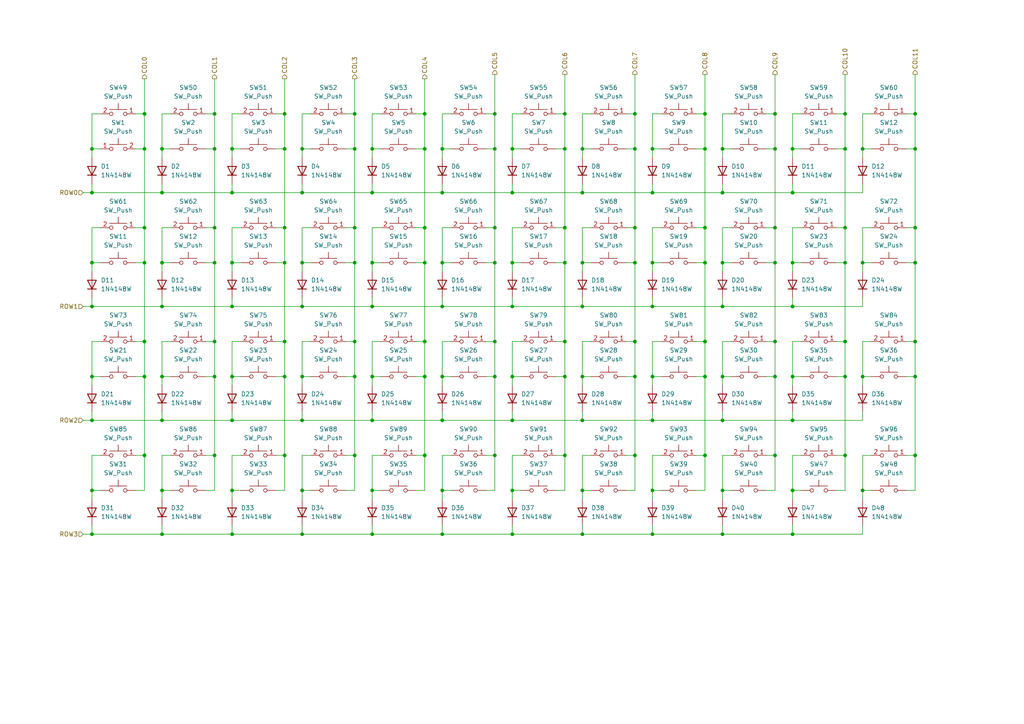
<source format=kicad_sch>
(kicad_sch (version 20231120) (generator "eeschema") (generator_version "8.0")
  (paper "A4")
  (junction (at 87.63 43.18))
  (junction (at 102.87 132.08))
  (junction (at 189.23 88.9))
  (junction (at 168.91 88.9))
  (junction (at 148.59 154.94))
  (junction (at 229.87 142.24))
  (junction (at 82.55 66.04))
  (junction (at 163.83 109.22))
  (junction (at 67.31 154.94))
  (junction (at 209.55 142.24))
  (junction (at 143.51 109.22))
  (junction (at 168.91 55.88))
  (junction (at 46.99 88.9))
  (junction (at 148.59 55.88))
  (junction (at 148.59 88.9))
  (junction (at 168.91 109.22))
  (junction (at 41.91 33.02))
  (junction (at 46.99 142.24))
  (junction (at 265.43 132.08))
  (junction (at 168.91 121.92))
  (junction (at 229.87 88.9))
  (junction (at 46.99 43.18))
  (junction (at 189.23 109.22))
  (junction (at 229.87 154.94))
  (junction (at 41.91 43.18))
  (junction (at 128.27 76.2))
  (junction (at 184.15 99.06))
  (junction (at 265.43 99.06))
  (junction (at 245.11 99.06))
  (junction (at 62.23 43.18))
  (junction (at 184.15 109.22))
  (junction (at 102.87 109.22))
  (junction (at 148.59 142.24))
  (junction (at 26.67 142.24))
  (junction (at 107.95 76.2))
  (junction (at 204.47 132.08))
  (junction (at 67.31 142.24))
  (junction (at 148.59 43.18))
  (junction (at 128.27 154.94))
  (junction (at 46.99 55.88))
  (junction (at 87.63 109.22))
  (junction (at 67.31 88.9))
  (junction (at 82.55 33.02))
  (junction (at 128.27 109.22))
  (junction (at 209.55 76.2))
  (junction (at 87.63 154.94))
  (junction (at 163.83 132.08))
  (junction (at 184.15 76.2))
  (junction (at 168.91 76.2))
  (junction (at 229.87 76.2))
  (junction (at 123.19 132.08))
  (junction (at 26.67 109.22))
  (junction (at 245.11 33.02))
  (junction (at 143.51 33.02))
  (junction (at 148.59 109.22))
  (junction (at 62.23 66.04))
  (junction (at 209.55 154.94))
  (junction (at 250.19 109.22))
  (junction (at 168.91 154.94))
  (junction (at 204.47 43.18))
  (junction (at 123.19 109.22))
  (junction (at 62.23 109.22))
  (junction (at 82.55 99.06))
  (junction (at 41.91 132.08))
  (junction (at 209.55 88.9))
  (junction (at 245.11 109.22))
  (junction (at 163.83 33.02))
  (junction (at 143.51 76.2))
  (junction (at 123.19 66.04))
  (junction (at 189.23 55.88))
  (junction (at 26.67 154.94))
  (junction (at 82.55 43.18))
  (junction (at 67.31 121.92))
  (junction (at 148.59 121.92))
  (junction (at 245.11 66.04))
  (junction (at 46.99 121.92))
  (junction (at 229.87 121.92))
  (junction (at 41.91 99.06))
  (junction (at 189.23 142.24))
  (junction (at 163.83 66.04))
  (junction (at 107.95 43.18))
  (junction (at 189.23 43.18))
  (junction (at 26.67 76.2))
  (junction (at 265.43 43.18))
  (junction (at 189.23 121.92))
  (junction (at 46.99 109.22))
  (junction (at 128.27 55.88))
  (junction (at 148.59 76.2))
  (junction (at 123.19 33.02))
  (junction (at 229.87 109.22))
  (junction (at 209.55 55.88))
  (junction (at 189.23 154.94))
  (junction (at 102.87 99.06))
  (junction (at 204.47 99.06))
  (junction (at 143.51 43.18))
  (junction (at 204.47 33.02))
  (junction (at 107.95 142.24))
  (junction (at 62.23 76.2))
  (junction (at 107.95 121.92))
  (junction (at 102.87 76.2))
  (junction (at 128.27 88.9))
  (junction (at 128.27 142.24))
  (junction (at 250.19 142.24))
  (junction (at 102.87 66.04))
  (junction (at 123.19 76.2))
  (junction (at 107.95 109.22))
  (junction (at 245.11 132.08))
  (junction (at 209.55 121.92))
  (junction (at 168.91 43.18))
  (junction (at 224.79 33.02))
  (junction (at 41.91 109.22))
  (junction (at 41.91 76.2))
  (junction (at 265.43 33.02))
  (junction (at 67.31 109.22))
  (junction (at 87.63 121.92))
  (junction (at 107.95 88.9))
  (junction (at 102.87 43.18))
  (junction (at 163.83 43.18))
  (junction (at 107.95 154.94))
  (junction (at 41.91 66.04))
  (junction (at 26.67 121.92))
  (junction (at 265.43 109.22))
  (junction (at 87.63 76.2))
  (junction (at 224.79 99.06))
  (junction (at 184.15 33.02))
  (junction (at 62.23 132.08))
  (junction (at 189.23 76.2))
  (junction (at 265.43 66.04))
  (junction (at 87.63 142.24))
  (junction (at 82.55 76.2))
  (junction (at 209.55 109.22))
  (junction (at 209.55 43.18))
  (junction (at 26.67 88.9))
  (junction (at 224.79 109.22))
  (junction (at 102.87 33.02))
  (junction (at 26.67 43.18))
  (junction (at 163.83 99.06))
  (junction (at 26.67 55.88))
  (junction (at 123.19 43.18))
  (junction (at 265.43 76.2))
  (junction (at 224.79 76.2))
  (junction (at 82.55 132.08))
  (junction (at 204.47 66.04))
  (junction (at 224.79 43.18))
  (junction (at 87.63 88.9))
  (junction (at 46.99 76.2))
  (junction (at 250.19 76.2))
  (junction (at 204.47 76.2))
  (junction (at 245.11 76.2))
  (junction (at 62.23 99.06))
  (junction (at 87.63 55.88))
  (junction (at 163.83 76.2))
  (junction (at 229.87 43.18))
  (junction (at 67.31 76.2))
  (junction (at 224.79 66.04))
  (junction (at 123.19 99.06))
  (junction (at 67.31 43.18))
  (junction (at 67.31 55.88))
  (junction (at 82.55 109.22))
  (junction (at 224.79 132.08))
  (junction (at 245.11 43.18))
  (junction (at 184.15 66.04))
  (junction (at 143.51 66.04))
  (junction (at 107.95 55.88))
  (junction (at 168.91 142.24))
  (junction (at 143.51 99.06))
  (junction (at 204.47 109.22))
  (junction (at 62.23 33.02))
  (junction (at 46.99 154.94))
  (junction (at 143.51 132.08))
  (junction (at 229.87 55.88))
  (junction (at 128.27 121.92))
  (junction (at 250.19 43.18))
  (junction (at 184.15 132.08))
  (junction (at 128.27 43.18))
  (junction (at 184.15 43.18))
  (wire (pts (xy 69.85 99.06) (xy 67.31 99.06)))
  (wire (pts (xy 69.85 66.04) (xy 67.31 66.04)))
  (wire (pts (xy 262.89 99.06) (xy 265.43 99.06)))
  (wire (pts (xy 128.27 154.94) (xy 148.59 154.94)))
  (wire (pts (xy 80.01 132.08) (xy 82.55 132.08)))
  (wire (pts (xy 41.91 33.02) (xy 41.91 43.18)))
  (wire (pts (xy 107.95 43.18) (xy 107.95 45.72)))
  (wire (pts (xy 191.77 76.2) (xy 189.23 76.2)))
  (wire (pts (xy 120.65 132.08) (xy 123.19 132.08)))
  (wire (pts (xy 49.53 132.08) (xy 46.99 132.08)))
  (wire (pts (xy 82.55 109.22) (xy 82.55 99.06)))
  (wire (pts (xy 189.23 55.88) (xy 209.55 55.88)))
  (wire (pts (xy 39.37 43.18) (xy 41.91 43.18)))
  (wire (pts (xy 82.55 22.86) (xy 82.55 33.02)))
  (wire (pts (xy 29.21 132.08) (xy 26.67 132.08)))
  (wire (pts (xy 171.45 66.04) (xy 168.91 66.04)))
  (wire (pts (xy 41.91 132.08) (xy 41.91 142.24)))
  (wire (pts (xy 161.29 43.18) (xy 163.83 43.18)))
  (wire (pts (xy 229.87 154.94) (xy 229.87 152.4)))
  (wire (pts (xy 49.53 109.22) (xy 46.99 109.22)))
  (wire (pts (xy 87.63 88.9) (xy 107.95 88.9)))
  (wire (pts (xy 212.09 76.2) (xy 209.55 76.2)))
  (wire (pts (xy 26.67 43.18) (xy 26.67 45.72)))
  (wire (pts (xy 110.49 76.2) (xy 107.95 76.2)))
  (wire (pts (xy 29.21 66.04) (xy 26.67 66.04)))
  (wire (pts (xy 46.99 109.22) (xy 46.99 111.76)))
  (wire (pts (xy 229.87 121.92) (xy 250.19 121.92)))
  (wire (pts (xy 130.81 109.22) (xy 128.27 109.22)))
  (wire (pts (xy 252.73 132.08) (xy 250.19 132.08)))
  (wire (pts (xy 242.57 109.22) (xy 245.11 109.22)))
  (wire (pts (xy 67.31 76.2) (xy 67.31 78.74)))
  (wire (pts (xy 209.55 88.9) (xy 229.87 88.9)))
  (wire (pts (xy 123.19 76.2) (xy 123.19 66.04)))
  (wire (pts (xy 151.13 66.04) (xy 148.59 66.04)))
  (wire (pts (xy 102.87 33.02) (xy 102.87 43.18)))
  (wire (pts (xy 163.83 33.02) (xy 163.83 43.18)))
  (wire (pts (xy 41.91 66.04) (xy 41.91 76.2)))
  (wire (pts (xy 80.01 66.04) (xy 82.55 66.04)))
  (wire (pts (xy 229.87 33.02) (xy 229.87 43.18)))
  (wire (pts (xy 29.21 33.02) (xy 26.67 33.02)))
  (wire (pts (xy 67.31 88.9) (xy 87.63 88.9)))
  (wire (pts (xy 212.09 132.08) (xy 209.55 132.08)))
  (wire (pts (xy 41.91 99.06) (xy 41.91 109.22)))
  (wire (pts (xy 46.99 76.2) (xy 46.99 78.74)))
  (wire (pts (xy 250.19 109.22) (xy 250.19 111.76)))
  (wire (pts (xy 242.57 132.08) (xy 245.11 132.08)))
  (wire (pts (xy 168.91 43.18) (xy 168.91 45.72)))
  (wire (pts (xy 262.89 43.18) (xy 265.43 43.18)))
  (wire (pts (xy 67.31 121.92) (xy 87.63 121.92)))
  (wire (pts (xy 41.91 76.2) (xy 41.91 99.06)))
  (wire (pts (xy 69.85 33.02) (xy 67.31 33.02)))
  (wire (pts (xy 107.95 88.9) (xy 128.27 88.9)))
  (wire (pts (xy 245.11 99.06) (xy 245.11 109.22)))
  (wire (pts (xy 67.31 132.08) (xy 67.31 142.24)))
  (wire (pts (xy 90.17 76.2) (xy 87.63 76.2)))
  (wire (pts (xy 107.95 88.9) (xy 107.95 86.36)))
  (wire (pts (xy 250.19 142.24) (xy 250.19 144.78)))
  (wire (pts (xy 262.89 66.04) (xy 265.43 66.04)))
  (wire (pts (xy 26.67 119.38) (xy 26.67 121.92)))
  (wire (pts (xy 181.61 33.02) (xy 184.15 33.02)))
  (wire (pts (xy 49.53 76.2) (xy 46.99 76.2)))
  (wire (pts (xy 67.31 66.04) (xy 67.31 76.2)))
  (wire (pts (xy 148.59 99.06) (xy 148.59 109.22)))
  (wire (pts (xy 87.63 154.94) (xy 107.95 154.94)))
  (wire (pts (xy 100.33 33.02) (xy 102.87 33.02)))
  (wire (pts (xy 100.33 76.2) (xy 102.87 76.2)))
  (wire (pts (xy 107.95 76.2) (xy 107.95 78.74)))
  (wire (pts (xy 163.83 132.08) (xy 163.83 109.22)))
  (wire (pts (xy 168.91 66.04) (xy 168.91 76.2)))
  (wire (pts (xy 140.97 109.22) (xy 143.51 109.22)))
  (wire (pts (xy 120.65 66.04) (xy 123.19 66.04)))
  (wire (pts (xy 245.11 132.08) (xy 245.11 142.24)))
  (wire (pts (xy 181.61 109.22) (xy 184.15 109.22)))
  (wire (pts (xy 181.61 142.24) (xy 184.15 142.24)))
  (wire (pts (xy 90.17 142.24) (xy 87.63 142.24)))
  (wire (pts (xy 46.99 55.88) (xy 67.31 55.88)))
  (wire (pts (xy 130.81 43.18) (xy 128.27 43.18)))
  (wire (pts (xy 29.21 43.18) (xy 26.67 43.18)))
  (wire (pts (xy 123.19 132.08) (xy 123.19 142.24)))
  (wire (pts (xy 171.45 43.18) (xy 168.91 43.18)))
  (wire (pts (xy 143.51 33.02) (xy 143.51 43.18)))
  (wire (pts (xy 189.23 33.02) (xy 189.23 43.18)))
  (wire (pts (xy 161.29 33.02) (xy 163.83 33.02)))
  (wire (pts (xy 222.25 142.24) (xy 224.79 142.24)))
  (wire (pts (xy 26.67 152.4) (xy 26.67 154.94)))
  (wire (pts (xy 250.19 154.94) (xy 250.19 152.4)))
  (wire (pts (xy 46.99 33.02) (xy 46.99 43.18)))
  (wire (pts (xy 209.55 55.88) (xy 229.87 55.88)))
  (wire (pts (xy 143.51 43.18) (xy 143.51 66.04)))
  (wire (pts (xy 80.01 109.22) (xy 82.55 109.22)))
  (wire (pts (xy 250.19 66.04) (xy 250.19 76.2)))
  (wire (pts (xy 67.31 142.24) (xy 67.31 144.78)))
  (wire (pts (xy 49.53 99.06) (xy 46.99 99.06)))
  (wire (pts (xy 201.93 33.02) (xy 204.47 33.02)))
  (wire (pts (xy 46.99 66.04) (xy 46.99 76.2)))
  (wire (pts (xy 39.37 66.04) (xy 41.91 66.04)))
  (wire (pts (xy 110.49 43.18) (xy 107.95 43.18)))
  (wire (pts (xy 148.59 132.08) (xy 148.59 142.24)))
  (wire (pts (xy 232.41 132.08) (xy 229.87 132.08)))
  (wire (pts (xy 90.17 99.06) (xy 87.63 99.06)))
  (wire (pts (xy 209.55 66.04) (xy 209.55 76.2)))
  (wire (pts (xy 222.25 33.02) (xy 224.79 33.02)))
  (wire (pts (xy 46.99 88.9) (xy 46.99 86.36)))
  (wire (pts (xy 128.27 142.24) (xy 128.27 144.78)))
  (wire (pts (xy 148.59 154.94) (xy 148.59 152.4)))
  (wire (pts (xy 26.67 86.36) (xy 26.67 88.9)))
  (wire (pts (xy 62.23 33.02) (xy 62.23 43.18)))
  (wire (pts (xy 82.55 66.04) (xy 82.55 43.18)))
  (wire (pts (xy 87.63 109.22) (xy 87.63 111.76)))
  (wire (pts (xy 252.73 99.06) (xy 250.19 99.06)))
  (wire (pts (xy 87.63 76.2) (xy 87.63 78.74)))
  (wire (pts (xy 102.87 142.24) (xy 102.87 132.08)))
  (wire (pts (xy 102.87 76.2) (xy 102.87 66.04)))
  (wire (pts (xy 189.23 142.24) (xy 189.23 144.78)))
  (wire (pts (xy 262.89 76.2) (xy 265.43 76.2)))
  (wire (pts (xy 80.01 99.06) (xy 82.55 99.06)))
  (wire (pts (xy 191.77 109.22) (xy 189.23 109.22)))
  (wire (pts (xy 212.09 109.22) (xy 209.55 109.22)))
  (wire (pts (xy 245.11 76.2) (xy 245.11 99.06)))
  (wire (pts (xy 168.91 121.92) (xy 189.23 121.92)))
  (wire (pts (xy 204.47 33.02) (xy 204.47 43.18)))
  (wire (pts (xy 67.31 154.94) (xy 67.31 152.4)))
  (wire (pts (xy 168.91 88.9) (xy 168.91 86.36)))
  (wire (pts (xy 39.37 99.06) (xy 41.91 99.06)))
  (wire (pts (xy 49.53 142.24) (xy 46.99 142.24)))
  (wire (pts (xy 201.93 109.22) (xy 204.47 109.22)))
  (wire (pts (xy 209.55 121.92) (xy 229.87 121.92)))
  (wire (pts (xy 163.83 142.24) (xy 163.83 132.08)))
  (wire (pts (xy 140.97 66.04) (xy 143.51 66.04)))
  (wire (pts (xy 209.55 142.24) (xy 209.55 144.78)))
  (wire (pts (xy 168.91 88.9) (xy 189.23 88.9)))
  (wire (pts (xy 87.63 121.92) (xy 107.95 121.92)))
  (wire (pts (xy 262.89 132.08) (xy 265.43 132.08)))
  (wire (pts (xy 201.93 142.24) (xy 204.47 142.24)))
  (wire (pts (xy 143.51 142.24) (xy 143.51 132.08)))
  (wire (pts (xy 128.27 33.02) (xy 128.27 43.18)))
  (wire (pts (xy 39.37 76.2) (xy 41.91 76.2)))
  (wire (pts (xy 46.99 121.92) (xy 46.99 119.38)))
  (wire (pts (xy 232.41 142.24) (xy 229.87 142.24)))
  (wire (pts (xy 184.15 142.24) (xy 184.15 132.08)))
  (wire (pts (xy 212.09 66.04) (xy 209.55 66.04)))
  (wire (pts (xy 189.23 88.9) (xy 189.23 86.36)))
  (wire (pts (xy 201.93 66.04) (xy 204.47 66.04)))
  (wire (pts (xy 209.55 33.02) (xy 209.55 43.18)))
  (wire (pts (xy 102.87 66.04) (xy 102.87 43.18)))
  (wire (pts (xy 41.91 22.86) (xy 41.91 33.02)))
  (wire (pts (xy 46.99 154.94) (xy 46.99 152.4)))
  (wire (pts (xy 123.19 33.02) (xy 123.19 43.18)))
  (wire (pts (xy 204.47 99.06) (xy 204.47 76.2)))
  (wire (pts (xy 209.55 109.22) (xy 209.55 111.76)))
  (wire (pts (xy 46.99 121.92) (xy 67.31 121.92)))
  (wire (pts (xy 100.33 142.24) (xy 102.87 142.24)))
  (wire (pts (xy 46.99 99.06) (xy 46.99 109.22)))
  (wire (pts (xy 120.65 142.24) (xy 123.19 142.24)))
  (wire (pts (xy 229.87 121.92) (xy 229.87 119.38)))
  (wire (pts (xy 163.83 66.04) (xy 163.83 43.18)))
  (wire (pts (xy 82.55 142.24) (xy 82.55 132.08)))
  (wire (pts (xy 59.69 99.06) (xy 62.23 99.06)))
  (wire (pts (xy 189.23 43.18) (xy 189.23 45.72)))
  (wire (pts (xy 82.55 33.02) (xy 82.55 43.18)))
  (wire (pts (xy 189.23 99.06) (xy 189.23 109.22)))
  (wire (pts (xy 82.55 43.18) (xy 80.01 43.18)))
  (wire (pts (xy 120.65 76.2) (xy 123.19 76.2)))
  (wire (pts (xy 46.99 142.24) (xy 46.99 144.78)))
  (wire (pts (xy 39.37 132.08) (xy 41.91 132.08)))
  (wire (pts (xy 128.27 88.9) (xy 148.59 88.9)))
  (wire (pts (xy 148.59 66.04) (xy 148.59 76.2)))
  (wire (pts (xy 107.95 132.08) (xy 107.95 142.24)))
  (wire (pts (xy 184.15 109.22) (xy 184.15 99.06)))
  (wire (pts (xy 189.23 88.9) (xy 209.55 88.9)))
  (wire (pts (xy 24.13 88.9) (xy 26.67 88.9)))
  (wire (pts (xy 232.41 66.04) (xy 229.87 66.04)))
  (wire (pts (xy 262.89 33.02) (xy 265.43 33.02)))
  (wire (pts (xy 62.23 99.06) (xy 62.23 109.22)))
  (wire (pts (xy 168.91 142.24) (xy 168.91 144.78)))
  (wire (pts (xy 100.33 43.18) (xy 102.87 43.18)))
  (wire (pts (xy 232.41 99.06) (xy 229.87 99.06)))
  (wire (pts (xy 184.15 33.02) (xy 184.15 43.18)))
  (wire (pts (xy 46.99 154.94) (xy 67.31 154.94)))
  (wire (pts (xy 87.63 132.08) (xy 87.63 142.24)))
  (wire (pts (xy 24.13 121.92) (xy 26.67 121.92)))
  (wire (pts (xy 148.59 109.22) (xy 148.59 111.76)))
  (wire (pts (xy 171.45 76.2) (xy 168.91 76.2)))
  (wire (pts (xy 168.91 76.2) (xy 168.91 78.74)))
  (wire (pts (xy 102.87 99.06) (xy 102.87 76.2)))
  (wire (pts (xy 140.97 33.02) (xy 143.51 33.02)))
  (wire (pts (xy 209.55 55.88) (xy 209.55 53.34)))
  (wire (pts (xy 90.17 66.04) (xy 87.63 66.04)))
  (wire (pts (xy 128.27 109.22) (xy 128.27 111.76)))
  (wire (pts (xy 59.69 66.04) (xy 62.23 66.04)))
  (wire (pts (xy 148.59 76.2) (xy 148.59 78.74)))
  (wire (pts (xy 222.25 66.04) (xy 224.79 66.04)))
  (wire (pts (xy 87.63 88.9) (xy 87.63 86.36)))
  (wire (pts (xy 107.95 154.94) (xy 128.27 154.94)))
  (wire (pts (xy 229.87 154.94) (xy 250.19 154.94)))
  (wire (pts (xy 29.21 76.2) (xy 26.67 76.2)))
  (wire (pts (xy 204.47 132.08) (xy 204.47 109.22)))
  (wire (pts (xy 143.51 99.06) (xy 143.51 76.2)))
  (wire (pts (xy 262.89 109.22) (xy 265.43 109.22)))
  (wire (pts (xy 204.47 109.22) (xy 204.47 99.06)))
  (wire (pts (xy 140.97 76.2) (xy 143.51 76.2)))
  (wire (pts (xy 26.67 66.04) (xy 26.67 76.2)))
  (wire (pts (xy 189.23 132.08) (xy 189.23 142.24)))
  (wire (pts (xy 222.25 76.2) (xy 224.79 76.2)))
  (wire (pts (xy 204.47 76.2) (xy 204.47 66.04)))
  (wire (pts (xy 128.27 154.94) (xy 128.27 152.4)))
  (wire (pts (xy 181.61 132.08) (xy 184.15 132.08)))
  (wire (pts (xy 107.95 109.22) (xy 107.95 111.76)))
  (wire (pts (xy 242.57 43.18) (xy 245.11 43.18)))
  (wire (pts (xy 67.31 88.9) (xy 67.31 86.36)))
  (wire (pts (xy 161.29 66.04) (xy 163.83 66.04)))
  (wire (pts (xy 184.15 66.04) (xy 184.15 43.18)))
  (wire (pts (xy 184.15 132.08) (xy 184.15 109.22)))
  (wire (pts (xy 100.33 66.04) (xy 102.87 66.04)))
  (wire (pts (xy 201.93 76.2) (xy 204.47 76.2)))
  (wire (pts (xy 191.77 99.06) (xy 189.23 99.06)))
  (wire (pts (xy 201.93 43.18) (xy 204.47 43.18)))
  (wire (pts (xy 191.77 66.04) (xy 189.23 66.04)))
  (wire (pts (xy 171.45 33.02) (xy 168.91 33.02)))
  (wire (pts (xy 181.61 99.06) (xy 184.15 99.06)))
  (wire (pts (xy 128.27 99.06) (xy 128.27 109.22)))
  (wire (pts (xy 204.47 21.59) (xy 204.47 33.02)))
  (wire (pts (xy 143.51 109.22) (xy 143.51 99.06)))
  (wire (pts (xy 41.91 43.18) (xy 41.91 66.04)))
  (wire (pts (xy 181.61 76.2) (xy 184.15 76.2)))
  (wire (pts (xy 26.67 142.24) (xy 26.67 144.78)))
  (wire (pts (xy 62.23 132.08) (xy 62.23 142.24)))
  (wire (pts (xy 151.13 142.24) (xy 148.59 142.24)))
  (wire (pts (xy 69.85 132.08) (xy 67.31 132.08)))
  (wire (pts (xy 168.91 132.08) (xy 168.91 142.24)))
  (wire (pts (xy 229.87 88.9) (xy 229.87 86.36)))
  (wire (pts (xy 87.63 121.92) (xy 87.63 119.38)))
  (wire (pts (xy 229.87 142.24) (xy 229.87 144.78)))
  (wire (pts (xy 168.91 154.94) (xy 168.91 152.4)))
  (wire (pts (xy 102.87 22.86) (xy 102.87 33.02)))
  (wire (pts (xy 222.25 43.18) (xy 224.79 43.18)))
  (wire (pts (xy 62.23 66.04) (xy 62.23 76.2)))
  (wire (pts (xy 189.23 121.92) (xy 189.23 119.38)))
  (wire (pts (xy 189.23 109.22) (xy 189.23 111.76)))
  (wire (pts (xy 252.73 142.24) (xy 250.19 142.24)))
  (wire (pts (xy 110.49 142.24) (xy 107.95 142.24)))
  (wire (pts (xy 189.23 66.04) (xy 189.23 76.2)))
  (wire (pts (xy 168.91 33.02) (xy 168.91 43.18)))
  (wire (pts (xy 80.01 142.24) (xy 82.55 142.24)))
  (wire (pts (xy 265.43 66.04) (xy 265.43 76.2)))
  (wire (pts (xy 191.77 33.02) (xy 189.23 33.02)))
  (wire (pts (xy 24.13 154.94) (xy 26.67 154.94)))
  (wire (pts (xy 151.13 99.06) (xy 148.59 99.06)))
  (wire (pts (xy 212.09 33.02) (xy 209.55 33.02)))
  (wire (pts (xy 110.49 66.04) (xy 107.95 66.04)))
  (wire (pts (xy 184.15 21.59) (xy 184.15 33.02)))
  (wire (pts (xy 163.83 76.2) (xy 163.83 66.04)))
  (wire (pts (xy 26.67 88.9) (xy 46.99 88.9)))
  (wire (pts (xy 107.95 66.04) (xy 107.95 76.2)))
  (wire (pts (xy 46.99 132.08) (xy 46.99 142.24)))
  (wire (pts (xy 222.25 132.08) (xy 224.79 132.08)))
  (wire (pts (xy 26.67 99.06) (xy 26.67 109.22)))
  (wire (pts (xy 189.23 154.94) (xy 189.23 152.4)))
  (wire (pts (xy 245.11 43.18) (xy 245.11 66.04)))
  (wire (pts (xy 49.53 43.18) (xy 46.99 43.18)))
  (wire (pts (xy 69.85 43.18) (xy 67.31 43.18)))
  (wire (pts (xy 46.99 43.18) (xy 46.99 45.72)))
  (wire (pts (xy 224.79 99.06) (xy 224.79 109.22)))
  (wire (pts (xy 29.21 109.22) (xy 26.67 109.22)))
  (wire (pts (xy 26.67 154.94) (xy 46.99 154.94)))
  (wire (pts (xy 87.63 66.04) (xy 87.63 76.2)))
  (wire (pts (xy 191.77 43.18) (xy 189.23 43.18)))
  (wire (pts (xy 100.33 132.08) (xy 102.87 132.08)))
  (wire (pts (xy 250.19 33.02) (xy 250.19 43.18)))
  (wire (pts (xy 265.43 33.02) (xy 265.43 43.18)))
  (wire (pts (xy 67.31 55.88) (xy 87.63 55.88)))
  (wire (pts (xy 140.97 132.08) (xy 143.51 132.08)))
  (wire (pts (xy 232.41 33.02) (xy 229.87 33.02)))
  (wire (pts (xy 242.57 99.06) (xy 245.11 99.06)))
  (wire (pts (xy 229.87 99.06) (xy 229.87 109.22)))
  (wire (pts (xy 161.29 76.2) (xy 163.83 76.2)))
  (wire (pts (xy 128.27 132.08) (xy 128.27 142.24)))
  (wire (pts (xy 224.79 66.04) (xy 224.79 43.18)))
  (wire (pts (xy 26.67 76.2) (xy 26.67 78.74)))
  (wire (pts (xy 201.93 132.08) (xy 204.47 132.08)))
  (wire (pts (xy 107.95 33.02) (xy 107.95 43.18)))
  (wire (pts (xy 59.69 33.02) (xy 62.23 33.02)))
  (wire (pts (xy 26.67 53.34) (xy 26.67 55.88)))
  (wire (pts (xy 250.19 43.18) (xy 250.19 45.72)))
  (wire (pts (xy 130.81 142.24) (xy 128.27 142.24)))
  (wire (pts (xy 82.55 132.08) (xy 82.55 109.22)))
  (wire (pts (xy 168.91 121.92) (xy 168.91 119.38)))
  (wire (pts (xy 209.55 154.94) (xy 229.87 154.94)))
  (wire (pts (xy 189.23 154.94) (xy 209.55 154.94)))
  (wire (pts (xy 123.19 22.86) (xy 123.19 33.02)))
  (wire (pts (xy 191.77 142.24) (xy 189.23 142.24)))
  (wire (pts (xy 229.87 109.22) (xy 229.87 111.76)))
  (wire (pts (xy 143.51 132.08) (xy 143.51 109.22)))
  (wire (pts (xy 265.43 99.06) (xy 265.43 109.22)))
  (wire (pts (xy 29.21 99.06) (xy 26.67 99.06)))
  (wire (pts (xy 62.23 22.86) (xy 62.23 33.02)))
  (wire (pts (xy 224.79 142.24) (xy 224.79 132.08)))
  (wire (pts (xy 161.29 132.08) (xy 163.83 132.08)))
  (wire (pts (xy 204.47 66.04) (xy 204.47 43.18)))
  (wire (pts (xy 229.87 76.2) (xy 229.87 78.74)))
  (wire (pts (xy 163.83 21.59) (xy 163.83 33.02)))
  (wire (pts (xy 148.59 121.92) (xy 168.91 121.92)))
  (wire (pts (xy 107.95 99.06) (xy 107.95 109.22)))
  (wire (pts (xy 130.81 76.2) (xy 128.27 76.2)))
  (wire (pts (xy 26.67 55.88) (xy 46.99 55.88)))
  (wire (pts (xy 229.87 132.08) (xy 229.87 142.24)))
  (wire (pts (xy 229.87 66.04) (xy 229.87 76.2)))
  (wire (pts (xy 59.69 142.24) (xy 62.23 142.24)))
  (wire (pts (xy 41.91 142.24) (xy 39.37 142.24)))
  (wire (pts (xy 224.79 76.2) (xy 224.79 66.04)))
  (wire (pts (xy 102.87 132.08) (xy 102.87 109.22)))
  (wire (pts (xy 204.47 142.24) (xy 204.47 132.08)))
  (wire (pts (xy 140.97 43.18) (xy 143.51 43.18)))
  (wire (pts (xy 242.57 142.24) (xy 245.11 142.24)))
  (wire (pts (xy 148.59 55.88) (xy 168.91 55.88)))
  (wire (pts (xy 107.95 154.94) (xy 107.95 152.4)))
  (wire (pts (xy 242.57 33.02) (xy 245.11 33.02)))
  (wire (pts (xy 29.21 142.24) (xy 26.67 142.24)))
  (wire (pts (xy 191.77 132.08) (xy 189.23 132.08)))
  (wire (pts (xy 181.61 66.04) (xy 184.15 66.04)))
  (wire (pts (xy 151.13 43.18) (xy 148.59 43.18)))
  (wire (pts (xy 151.13 33.02) (xy 148.59 33.02)))
  (wire (pts (xy 69.85 76.2) (xy 67.31 76.2)))
  (wire (pts (xy 128.27 43.18) (xy 128.27 45.72)))
  (wire (pts (xy 209.55 99.06) (xy 209.55 109.22)))
  (wire (pts (xy 41.91 109.22) (xy 41.91 132.08)))
  (wire (pts (xy 46.99 88.9) (xy 67.31 88.9)))
  (wire (pts (xy 39.37 109.22) (xy 41.91 109.22)))
  (wire (pts (xy 222.25 99.06) (xy 224.79 99.06)))
  (wire (pts (xy 128.27 55.88) (xy 128.27 53.34)))
  (wire (pts (xy 232.41 109.22) (xy 229.87 109.22)))
  (wire (pts (xy 252.73 76.2) (xy 250.19 76.2)))
  (wire (pts (xy 229.87 43.18) (xy 229.87 45.72)))
  (wire (pts (xy 67.31 43.18) (xy 67.31 45.72)))
  (wire (pts (xy 189.23 55.88) (xy 189.23 53.34)))
  (wire (pts (xy 69.85 142.24) (xy 67.31 142.24)))
  (wire (pts (xy 24.13 55.88) (xy 26.67 55.88)))
  (wire (pts (xy 87.63 43.18) (xy 87.63 45.72)))
  (wire (pts (xy 212.09 142.24) (xy 209.55 142.24)))
  (wire (pts (xy 163.83 109.22) (xy 163.83 99.06)))
  (wire (pts (xy 100.33 99.06) (xy 102.87 99.06)))
  (wire (pts (xy 87.63 33.02) (xy 87.63 43.18)))
  (wire (pts (xy 181.61 43.18) (xy 184.15 43.18)))
  (wire (pts (xy 80.01 76.2) (xy 82.55 76.2)))
  (wire (pts (xy 232.41 76.2) (xy 229.87 76.2)))
  (wire (pts (xy 245.11 21.59) (xy 245.11 33.02)))
  (wire (pts (xy 140.97 99.06) (xy 143.51 99.06)))
  (wire (pts (xy 171.45 109.22) (xy 168.91 109.22)))
  (wire (pts (xy 184.15 76.2) (xy 184.15 66.04)))
  (wire (pts (xy 143.51 66.04) (xy 143.51 76.2)))
  (wire (pts (xy 80.01 33.02) (xy 82.55 33.02)))
  (wire (pts (xy 59.69 76.2) (xy 62.23 76.2)))
  (wire (pts (xy 245.11 33.02) (xy 245.11 43.18)))
  (wire (pts (xy 62.23 109.22) (xy 62.23 132.08)))
  (wire (pts (xy 90.17 109.22) (xy 87.63 109.22)))
  (wire (pts (xy 140.97 142.24) (xy 143.51 142.24)))
  (wire (pts (xy 224.79 21.59) (xy 224.79 33.02)))
  (wire (pts (xy 265.43 132.08) (xy 265.43 142.24)))
  (wire (pts (xy 212.09 43.18) (xy 209.55 43.18)))
  (wire (pts (xy 100.33 109.22) (xy 102.87 109.22)))
  (wire (pts (xy 130.81 99.06) (xy 128.27 99.06)))
  (wire (pts (xy 250.19 121.92) (xy 250.19 119.38)))
  (wire (pts (xy 209.55 43.18) (xy 209.55 45.72)))
  (wire (pts (xy 163.83 99.06) (xy 163.83 76.2)))
  (wire (pts (xy 168.91 154.94) (xy 189.23 154.94)))
  (wire (pts (xy 252.73 43.18) (xy 250.19 43.18)))
  (wire (pts (xy 110.49 99.06) (xy 107.95 99.06)))
  (wire (pts (xy 224.79 132.08) (xy 224.79 109.22)))
  (wire (pts (xy 26.67 33.02) (xy 26.67 43.18)))
  (wire (pts (xy 265.43 21.59) (xy 265.43 33.02)))
  (wire (pts (xy 62.23 76.2) (xy 62.23 99.06)))
  (wire (pts (xy 212.09 99.06) (xy 209.55 99.06)))
  (wire (pts (xy 252.73 109.22) (xy 250.19 109.22)))
  (wire (pts (xy 252.73 33.02) (xy 250.19 33.02)))
  (wire (pts (xy 67.31 33.02) (xy 67.31 43.18)))
  (wire (pts (xy 120.65 109.22) (xy 123.19 109.22)))
  (wire (pts (xy 148.59 33.02) (xy 148.59 43.18)))
  (wire (pts (xy 151.13 132.08) (xy 148.59 132.08)))
  (wire (pts (xy 59.69 109.22) (xy 62.23 109.22)))
  (wire (pts (xy 128.27 55.88) (xy 148.59 55.88)))
  (wire (pts (xy 128.27 76.2) (xy 128.27 78.74)))
  (wire (pts (xy 87.63 55.88) (xy 87.63 53.34)))
  (wire (pts (xy 171.45 99.06) (xy 168.91 99.06)))
  (wire (pts (xy 130.81 33.02) (xy 128.27 33.02)))
  (wire (pts (xy 148.59 154.94) (xy 168.91 154.94)))
  (wire (pts (xy 250.19 132.08) (xy 250.19 142.24)))
  (wire (pts (xy 209.55 88.9) (xy 209.55 86.36)))
  (wire (pts (xy 130.81 66.04) (xy 128.27 66.04)))
  (wire (pts (xy 67.31 55.88) (xy 67.31 53.34)))
  (wire (pts (xy 148.59 88.9) (xy 148.59 86.36)))
  (wire (pts (xy 120.65 43.18) (xy 123.19 43.18)))
  (wire (pts (xy 120.65 33.02) (xy 123.19 33.02)))
  (wire (pts (xy 224.79 33.02) (xy 224.79 43.18)))
  (wire (pts (xy 265.43 43.18) (xy 265.43 66.04)))
  (wire (pts (xy 67.31 109.22) (xy 67.31 111.76)))
  (wire (pts (xy 161.29 109.22) (xy 163.83 109.22)))
  (wire (pts (xy 123.19 99.06) (xy 123.19 76.2)))
  (wire (pts (xy 245.11 66.04) (xy 245.11 76.2)))
  (wire (pts (xy 110.49 109.22) (xy 107.95 109.22)))
  (wire (pts (xy 82.55 99.06) (xy 82.55 76.2)))
  (wire (pts (xy 49.53 33.02) (xy 46.99 33.02)))
  (wire (pts (xy 26.67 109.22) (xy 26.67 111.76)))
  (wire (pts (xy 143.51 21.59) (xy 143.51 33.02)))
  (wire (pts (xy 120.65 99.06) (xy 123.19 99.06)))
  (wire (pts (xy 262.89 142.24) (xy 265.43 142.24)))
  (wire (pts (xy 229.87 88.9) (xy 250.19 88.9)))
  (wire (pts (xy 82.55 76.2) (xy 82.55 66.04)))
  (wire (pts (xy 128.27 121.92) (xy 148.59 121.92)))
  (wire (pts (xy 229.87 55.88) (xy 250.19 55.88)))
  (wire (pts (xy 168.91 99.06) (xy 168.91 109.22)))
  (wire (pts (xy 161.29 99.06) (xy 163.83 99.06)))
  (wire (pts (xy 250.19 55.88) (xy 250.19 53.34)))
  (wire (pts (xy 123.19 109.22) (xy 123.19 99.06)))
  (wire (pts (xy 90.17 33.02) (xy 87.63 33.02)))
  (wire (pts (xy 168.91 55.88) (xy 189.23 55.88)))
  (wire (pts (xy 62.23 43.18) (xy 62.23 66.04)))
  (wire (pts (xy 209.55 121.92) (xy 209.55 119.38)))
  (wire (pts (xy 171.45 132.08) (xy 168.91 132.08)))
  (wire (pts (xy 209.55 154.94) (xy 209.55 152.4)))
  (wire (pts (xy 67.31 99.06) (xy 67.31 109.22)))
  (wire (pts (xy 107.95 55.88) (xy 107.95 53.34)))
  (wire (pts (xy 250.19 76.2) (xy 250.19 78.74)))
  (wire (pts (xy 110.49 132.08) (xy 107.95 132.08)))
  (wire (pts (xy 265.43 76.2) (xy 265.43 99.06)))
  (wire (pts (xy 209.55 76.2) (xy 209.55 78.74)))
  (wire (pts (xy 128.27 121.92) (xy 128.27 119.38)))
  (wire (pts (xy 189.23 76.2) (xy 189.23 78.74)))
  (wire (pts (xy 242.57 76.2) (xy 245.11 76.2)))
  (wire (pts (xy 123.19 66.04) (xy 123.19 43.18)))
  (wire (pts (xy 232.41 43.18) (xy 229.87 43.18)))
  (wire (pts (xy 148.59 88.9) (xy 168.91 88.9)))
  (wire (pts (xy 90.17 132.08) (xy 87.63 132.08)))
  (wire (pts (xy 168.91 55.88) (xy 168.91 53.34)))
  (wire (pts (xy 148.59 121.92) (xy 148.59 119.38)))
  (wire (pts (xy 59.69 132.08) (xy 62.23 132.08)))
  (wire (pts (xy 110.49 33.02) (xy 107.95 33.02)))
  (wire (pts (xy 201.93 99.06) (xy 204.47 99.06)))
  (wire (pts (xy 107.95 55.88) (xy 128.27 55.88)))
  (wire (pts (xy 107.95 121.92) (xy 128.27 121.92)))
  (wire (pts (xy 128.27 88.9) (xy 128.27 86.36)))
  (wire (pts (xy 250.19 99.06) (xy 250.19 109.22)))
  (wire (pts (xy 90.17 43.18) (xy 87.63 43.18)))
  (wire (pts (xy 242.57 66.04) (xy 245.11 66.04)))
  (wire (pts (xy 148.59 142.24) (xy 148.59 144.78)))
  (wire (pts (xy 46.99 55.88) (xy 46.99 53.34)))
  (wire (pts (xy 151.13 76.2) (xy 148.59 76.2)))
  (wire (pts (xy 39.37 33.02) (xy 41.91 33.02)))
  (wire (pts (xy 87.63 99.06) (xy 87.63 109.22)))
  (wire (pts (xy 67.31 121.92) (xy 67.31 119.38)))
  (wire (pts (xy 49.53 66.04) (xy 46.99 66.04)))
  (wire (pts (xy 87.63 55.88) (xy 107.95 55.88)))
  (wire (pts (xy 26.67 121.92) (xy 46.99 121.92)))
  (wire (pts (xy 171.45 142.24) (xy 168.91 142.24)))
  (wire (pts (xy 168.91 109.22) (xy 168.91 111.76)))
  (wire (pts (xy 250.19 88.9) (xy 250.19 86.36)))
  (wire (pts (xy 128.27 66.04) (xy 128.27 76.2)))
  (wire (pts (xy 87.63 142.24) (xy 87.63 144.78)))
  (wire (pts (xy 123.19 109.22) (xy 123.19 132.08)))
  (wire (pts (xy 224.79 76.2) (xy 224.79 99.06)))
  (wire (pts (xy 148.59 43.18) (xy 148.59 45.72)))
  (wire (pts (xy 87.63 154.94) (xy 87.63 152.4)))
  (wire (pts (xy 59.69 43.18) (xy 62.23 43.18)))
  (wire (pts (xy 107.95 142.24) (xy 107.95 144.78)))
  (wire (pts (xy 69.85 109.22) (xy 67.31 109.22)))
  (wire (pts (xy 107.95 121.92) (xy 107.95 119.38)))
  (wire (pts (xy 26.67 132.08) (xy 26.67 142.24)))
  (wire (pts (xy 265.43 109.22) (xy 265.43 132.08)))
  (wire (pts (xy 151.13 109.22) (xy 148.59 109.22)))
  (wire (pts (xy 184.15 99.06) (xy 184.15 76.2)))
  (wire (pts (xy 245.11 109.22) (xy 245.11 132.08)))
  (wire (pts (xy 229.87 55.88) (xy 229.87 53.34)))
  (wire (pts (xy 222.25 109.22) (xy 224.79 109.22)))
  (wire (pts (xy 161.29 142.24) (xy 163.83 142.24)))
  (wire (pts (xy 148.59 55.88) (xy 148.59 53.34)))
  (wire (pts (xy 130.81 132.08) (xy 128.27 132.08)))
  (wire (pts (xy 189.23 121.92) (xy 209.55 121.92)))
  (wire (pts (xy 252.73 66.04) (xy 250.19 66.04)))
  (wire (pts (xy 67.31 154.94) (xy 87.63 154.94)))
  (wire (pts (xy 102.87 109.22) (xy 102.87 99.06)))
  (wire (pts (xy 209.55 132.08) (xy 209.55 142.24)))
  (hierarchical_label "COL9" (shape output) (at 224.79 21.59 90))
  (hierarchical_label "COL11" (shape output) (at 265.43 21.59 90))
  (hierarchical_label "ROW3" (shape input) (at 24.13 154.94 180))
  (hierarchical_label "ROW2" (shape input) (at 24.13 121.92 180))
  (hierarchical_label "COL4" (shape output) (at 123.19 22.86 90))
  (hierarchical_label "COL2" (shape output) (at 82.55 22.86 90))
  (hierarchical_label "COL7" (shape output) (at 184.15 21.59 90))
  (hierarchical_label "COL1" (shape output) (at 62.23 22.86 90))
  (hierarchical_label "COL10" (shape output) (at 245.11 21.59 90))
  (hierarchical_label "ROW0" (shape input) (at 24.13 55.88 180))
  (hierarchical_label "COL8" (shape output) (at 204.47 21.59 90))
  (hierarchical_label "COL6" (shape output) (at 163.83 21.59 90))
  (hierarchical_label "COL5" (shape output) (at 143.51 21.59 90))
  (hierarchical_label "COL3" (shape output) (at 102.87 22.86 90))
  (hierarchical_label "COL0" (shape output) (at 41.91 22.86 90))
  (hierarchical_label "ROW1" (shape input) (at 24.13 88.9 180))
  (symbol (lib_id "Switch:SW_Push") (at 34.29 109.22 0) (unit 1)
    (property "Reference" "SW21" (at 34.29 101.6 0))
    (property "Value" "SW_Push" (at 34.29 104.14 0))
    (property "Footprint" "my_keyswitch:SW_Hotswap_Kailh_Choc_V1V2_no_mp" (effects (hide yes)))
    (instances (project "choc-keyboard" (path "" (reference "SW21") (unit 1))) (project "mini48-keyboard_v2_mx_choc" (path "" (reference "SW25") (unit 1))))
  )
  (symbol (lib_name "SW_Push_1") (lib_id "Switch:SW_Push") (at 156.21 33.02 0) (mirror y) (unit 1)
    (property "Reference" "SW55" (at 156.21 25.4 0))
    (property "Value" "SW_Push" (at 156.21 27.94 0))
    (property "Footprint" "my_keyswitch:SW_Hotswap_Kailh_MX" (effects (hide yes)))
  )
  (symbol (lib_id "Switch:SW_Push") (at 95.25 43.18 0) (unit 1)
    (property "Reference" "SW4" (at 95.25 35.56 0))
    (property "Value" "SW_Push" (at 95.25 38.1 0))
    (property "Footprint" "my_keyswitch:SW_Hotswap_Kailh_Choc_V1V2_no_mp" (effects (hide yes)))
  )
  (symbol (lib_id "Diode:1N4148W") (at 67.31 115.57 90) (unit 1)
    (property "Reference" "D23" (at 69.85 114.3 90) (effects (justify right)))
    (property "Value" "1N4148W" (at 69.85 116.84 90) (effects (justify right)))
    (property "Footprint" "Diode_SMD:D_SOD-123" (effects (hide yes)))
    (property "Datasheet" "https://www.vishay.com/docs/85748/1n4148w.pdf" (effects (hide yes)))
    (property "Sim.Device" "D" (effects (hide yes)))
    (property "Sim.Pins" "1=K 2=A" (effects (hide yes)))
    (instances (project "choc-keyboard" (path "" (reference "D23") (unit 1))) (project "mini48-keyboard_v2_mx_choc" (path "" (reference "D27") (unit 1))))
  )
  (symbol (lib_id "Switch:SW_Push") (at 176.53 142.24 0) (unit 1)
    (property "Reference" "SW38" (at 176.53 134.62 0))
    (property "Value" "SW_Push" (at 176.53 137.16 0))
    (property "Footprint" "my_keyswitch:SW_Hotswap_Kailh_Choc_V1V2_no_mp" (effects (hide yes)))
    (instances (project "choc-keyboard" (path "" (reference "SW38") (unit 1))) (project "mini48-keyboard_v2_mx_choc" (path "" (reference "SW44") (unit 1))))
  )
  (symbol (lib_id "Switch:SW_Push") (at 54.61 142.24 0) (unit 1)
    (property "Reference" "SW32" (at 54.61 134.62 0))
    (property "Value" "SW_Push" (at 54.61 137.16 0))
    (property "Footprint" "my_keyswitch:SW_Hotswap_Kailh_Choc_V1V2_no_mp" (effects (hide yes)))
    (instances (project "choc-keyboard" (path "" (reference "SW32") (unit 1))) (project "mini48-keyboard_v2_mx_choc" (path "" (reference "SW38") (unit 1))))
  )
  (symbol (lib_id "Switch:SW_Push") (at 176.53 109.22 0) (unit 1)
    (property "Reference" "SW28" (at 176.53 101.6 0))
    (property "Value" "SW_Push" (at 176.53 104.14 0))
    (property "Footprint" "my_keyswitch:SW_Hotswap_Kailh_Choc_V1V2_no_mp" (effects (hide yes)))
    (instances (project "choc-keyboard" (path "" (reference "SW28") (unit 1))) (project "mini48-keyboard_v2_mx_choc" (path "" (reference "SW32") (unit 1))))
  )
  (symbol (lib_id "Switch:SW_Push") (at 156.21 109.22 0) (unit 1)
    (property "Reference" "SW27" (at 156.21 101.6 0))
    (property "Value" "SW_Push" (at 156.21 104.14 0))
    (property "Footprint" "my_keyswitch:SW_Hotswap_Kailh_Choc_V1V2_no_mp" (effects (hide yes)))
    (instances (project "choc-keyboard" (path "" (reference "SW27") (unit 1))) (project "mini48-keyboard_v2_mx_choc" (path "" (reference "SW31") (unit 1))))
  )
  (symbol (lib_id "Switch:SW_Push") (at 176.53 76.2 0) (unit 1)
    (property "Reference" "SW18" (at 176.53 68.58 0))
    (property "Value" "SW_Push" (at 176.53 71.12 0))
    (property "Footprint" "my_keyswitch:SW_Hotswap_Kailh_Choc_V1V2_no_mp" (effects (hide yes)))
    (instances (project "choc-keyboard" (path "" (reference "SW18") (unit 1))) (project "mini48-keyboard_v2_mx_choc" (path "" (reference "SW20") (unit 1))))
  )
  (symbol (lib_name "SW_Push_1") (lib_id "Switch:SW_Push") (at 156.21 66.04 0) (mirror y) (unit 1)
    (property "Reference" "SW67" (at 156.21 58.42 0))
    (property "Value" "SW_Push" (at 156.21 60.96 0))
    (property "Footprint" "my_keyswitch:SW_Hotswap_Kailh_MX" (effects (hide yes)))
  )
  (symbol (lib_id "Switch:SW_Push") (at 237.49 142.24 0) (unit 1)
    (property "Reference" "SW47" (at 237.49 134.62 0))
    (property "Value" "SW_Push" (at 237.49 137.16 0))
    (property "Footprint" "my_keyswitch:SW_Hotswap_Kailh_Choc_V1V2_no_mp" (effects (hide yes)))
  )
  (symbol (lib_id "Diode:1N4148W") (at 46.99 82.55 90) (unit 1)
    (property "Reference" "D12" (at 49.53 81.28 90) (effects (justify right)))
    (property "Value" "1N4148W" (at 49.53 83.82 90) (effects (justify right)))
    (property "Footprint" "Diode_SMD:D_SOD-123" (effects (hide yes)))
    (property "Datasheet" "https://www.vishay.com/docs/85748/1n4148w.pdf" (effects (hide yes)))
    (property "Sim.Device" "D" (effects (hide yes)))
    (property "Sim.Pins" "1=K 2=A" (effects (hide yes)))
    (instances (project "choc-keyboard" (path "" (reference "D12") (unit 1))) (project "mini48-keyboard_v2_mx_choc" (path "" (reference "D14") (unit 1))))
  )
  (symbol (lib_id "Switch:SW_Push") (at 74.93 43.18 0) (unit 1)
    (property "Reference" "SW3" (at 74.93 35.56 0))
    (property "Value" "SW_Push" (at 74.93 38.1 0))
    (property "Footprint" "my_keyswitch:SW_Hotswap_Kailh_Choc_V1V2_no_mp" (effects (hide yes)))
  )
  (symbol (lib_name "SW_Push_1") (lib_id "Switch:SW_Push") (at 156.21 99.06 0) (mirror y) (unit 1)
    (property "Reference" "SW79" (at 156.21 91.44 0))
    (property "Value" "SW_Push" (at 156.21 93.98 0))
    (property "Footprint" "my_keyswitch:SW_Hotswap_Kailh_MX" (effects (hide yes)))
  )
  (symbol (lib_id "Diode:1N4148W") (at 189.23 49.53 90) (unit 1)
    (property "Reference" "D9" (at 191.77 48.26 90) (effects (justify right)))
    (property "Value" "1N4148W" (at 191.77 50.8 90) (effects (justify right)))
    (property "Footprint" "Diode_SMD:D_SOD-123" (effects (hide yes)))
    (property "Datasheet" "https://www.vishay.com/docs/85748/1n4148w.pdf" (effects (hide yes)))
    (property "Sim.Device" "D" (effects (hide yes)))
    (property "Sim.Pins" "1=K 2=A" (effects (hide yes)))
  )
  (symbol (lib_id "Diode:1N4148W") (at 87.63 82.55 90) (unit 1)
    (property "Reference" "D14" (at 90.17 81.28 90) (effects (justify right)))
    (property "Value" "1N4148W" (at 90.17 83.82 90) (effects (justify right)))
    (property "Footprint" "Diode_SMD:D_SOD-123" (effects (hide yes)))
    (property "Datasheet" "https://www.vishay.com/docs/85748/1n4148w.pdf" (effects (hide yes)))
    (property "Sim.Device" "D" (effects (hide yes)))
    (property "Sim.Pins" "1=K 2=A" (effects (hide yes)))
    (instances (project "choc-keyboard" (path "" (reference "D14") (unit 1))) (project "mini48-keyboard_v2_mx_choc" (path "" (reference "D16") (unit 1))))
  )
  (symbol (lib_id "Switch:SW_Push") (at 156.21 142.24 0) (unit 1)
    (property "Reference" "SW37" (at 156.21 134.62 0))
    (property "Value" "SW_Push" (at 156.21 137.16 0))
    (property "Footprint" "my_keyswitch:SW_Hotswap_Kailh_Choc_V1V2_no_mp" (effects (hide yes)))
    (instances (project "choc-keyboard" (path "" (reference "SW37") (unit 1))) (project "mini48-keyboard_v2_mx_choc" (path "" (reference "SW43") (unit 1))))
  )
  (symbol (lib_name "SW_Push_1") (lib_id "Switch:SW_Push") (at 115.57 132.08 0) (mirror y) (unit 1)
    (property "Reference" "SW89" (at 115.57 124.46 0))
    (property "Value" "SW_Push" (at 115.57 127 0))
    (property "Footprint" "my_keyswitch:SW_Hotswap_Kailh_MX" (effects (hide yes)))
  )
  (symbol (lib_name "SW_Push_1") (lib_id "Switch:SW_Push") (at 54.61 99.06 0) (mirror y) (unit 1)
    (property "Reference" "SW74" (at 54.61 91.44 0))
    (property "Value" "SW_Push" (at 54.61 93.98 0))
    (property "Footprint" "my_keyswitch:SW_Hotswap_Kailh_MX" (effects (hide yes)))
  )
  (symbol (lib_name "SW_Push_1") (lib_id "Switch:SW_Push") (at 196.85 66.04 0) (mirror y) (unit 1)
    (property "Reference" "SW69" (at 196.85 58.42 0))
    (property "Value" "SW_Push" (at 196.85 60.96 0))
    (property "Footprint" "my_keyswitch:SW_Hotswap_Kailh_MX" (effects (hide yes)))
  )
  (symbol (lib_name "SW_Push_1") (lib_id "Switch:SW_Push") (at 217.17 33.02 0) (mirror y) (unit 1)
    (property "Reference" "SW58" (at 217.17 25.4 0))
    (property "Value" "SW_Push" (at 217.17 27.94 0))
    (property "Footprint" "my_keyswitch:SW_Hotswap_Kailh_MX" (effects (hide yes)))
  )
  (symbol (lib_name "SW_Push_1") (lib_id "Switch:SW_Push") (at 176.53 132.08 0) (mirror y) (unit 1)
    (property "Reference" "SW92" (at 176.53 124.46 0))
    (property "Value" "SW_Push" (at 176.53 127 0))
    (property "Footprint" "my_keyswitch:SW_Hotswap_Kailh_MX" (effects (hide yes)))
  )
  (symbol (lib_name "SW_Push_1") (lib_id "Switch:SW_Push") (at 196.85 132.08 0) (mirror y) (unit 1)
    (property "Reference" "SW93" (at 196.85 124.46 0))
    (property "Value" "SW_Push" (at 196.85 127 0))
    (property "Footprint" "my_keyswitch:SW_Hotswap_Kailh_MX" (effects (hide yes)))
  )
  (symbol (lib_id "Diode:1N4148W") (at 168.91 115.57 90) (unit 1)
    (property "Reference" "D28" (at 171.45 114.3 90) (effects (justify right)))
    (property "Value" "1N4148W" (at 171.45 116.84 90) (effects (justify right)))
    (property "Footprint" "Diode_SMD:D_SOD-123" (effects (hide yes)))
    (property "Datasheet" "https://www.vishay.com/docs/85748/1n4148w.pdf" (effects (hide yes)))
    (property "Sim.Device" "D" (effects (hide yes)))
    (property "Sim.Pins" "1=K 2=A" (effects (hide yes)))
    (instances (project "choc-keyboard" (path "" (reference "D28") (unit 1))) (project "mini48-keyboard_v2_mx_choc" (path "" (reference "D32") (unit 1))))
  )
  (symbol (lib_id "Switch:SW_Push") (at 74.93 142.24 0) (unit 1)
    (property "Reference" "SW33" (at 74.93 134.62 0))
    (property "Value" "SW_Push" (at 74.93 137.16 0))
    (property "Footprint" "my_keyswitch:SW_Hotswap_Kailh_Choc_V1V2_no_mp" (effects (hide yes)))
    (instances (project "choc-keyboard" (path "" (reference "SW33") (unit 1))) (project "mini48-keyboard_v2_mx_choc" (path "" (reference "SW39") (unit 1))))
  )
  (symbol (lib_id "Diode:1N4148W") (at 128.27 82.55 90) (unit 1)
    (property "Reference" "D16" (at 130.81 81.28 90) (effects (justify right)))
    (property "Value" "1N4148W" (at 130.81 83.82 90) (effects (justify right)))
    (property "Footprint" "Diode_SMD:D_SOD-123" (effects (hide yes)))
    (property "Datasheet" "https://www.vishay.com/docs/85748/1n4148w.pdf" (effects (hide yes)))
    (property "Sim.Device" "D" (effects (hide yes)))
    (property "Sim.Pins" "1=K 2=A" (effects (hide yes)))
    (instances (project "choc-keyboard" (path "" (reference "D16") (unit 1))) (project "mini48-keyboard_v2_mx_choc" (path "" (reference "D18") (unit 1))))
  )
  (symbol (lib_id "Switch:SW_Push") (at 34.29 142.24 0) (unit 1)
    (property "Reference" "SW31" (at 34.29 134.62 0))
    (property "Value" "SW_Push" (at 34.29 137.16 0))
    (property "Footprint" "my_keyswitch:SW_Hotswap_Kailh_Choc_V1V2_no_mp" (effects (hide yes)))
    (instances (project "choc-keyboard" (path "" (reference "SW31") (unit 1))) (project "mini48-keyboard_v2_mx_choc" (path "" (reference "SW37") (unit 1))))
  )
  (symbol (lib_name "SW_Push_1") (lib_id "Switch:SW_Push") (at 237.49 66.04 0) (mirror y) (unit 1)
    (property "Reference" "SW71" (at 237.49 58.42 0))
    (property "Value" "SW_Push" (at 237.49 60.96 0))
    (property "Footprint" "my_keyswitch:SW_Hotswap_Kailh_MX" (effects (hide yes)))
  )
  (symbol (lib_id "Diode:1N4148W") (at 26.67 115.57 90) (unit 1)
    (property "Reference" "D21" (at 29.21 114.3 90) (effects (justify right)))
    (property "Value" "1N4148W" (at 29.21 116.84 90) (effects (justify right)))
    (property "Footprint" "Diode_SMD:D_SOD-123" (effects (hide yes)))
    (property "Datasheet" "https://www.vishay.com/docs/85748/1n4148w.pdf" (effects (hide yes)))
    (property "Sim.Device" "D" (effects (hide yes)))
    (property "Sim.Pins" "1=K 2=A" (effects (hide yes)))
    (instances (project "choc-keyboard" (path "" (reference "D21") (unit 1))) (project "mini48-keyboard_v2_mx_choc" (path "" (reference "D25") (unit 1))))
  )
  (symbol (lib_id "Switch:SW_Push") (at 54.61 109.22 0) (unit 1)
    (property "Reference" "SW22" (at 54.61 101.6 0))
    (property "Value" "SW_Push" (at 54.61 104.14 0))
    (property "Footprint" "my_keyswitch:SW_Hotswap_Kailh_Choc_V1V2_no_mp" (effects (hide yes)))
    (instances (project "choc-keyboard" (path "" (reference "SW22") (unit 1))) (project "mini48-keyboard_v2_mx_choc" (path "" (reference "SW26") (unit 1))))
  )
  (symbol (lib_id "Switch:SW_Push") (at 95.25 142.24 0) (unit 1)
    (property "Reference" "SW34" (at 95.25 134.62 0))
    (property "Value" "SW_Push" (at 95.25 137.16 0))
    (property "Footprint" "my_keyswitch:SW_Hotswap_Kailh_Choc_V1V2_no_mp" (effects (hide yes)))
    (instances (project "choc-keyboard" (path "" (reference "SW34") (unit 1))) (project "mini48-keyboard_v2_mx_choc" (path "" (reference "SW40") (unit 1))))
  )
  (symbol (lib_name "SW_Push_1") (lib_id "Switch:SW_Push") (at 74.93 99.06 0) (mirror y) (unit 1)
    (property "Reference" "SW75" (at 74.93 91.44 0))
    (property "Value" "SW_Push" (at 74.93 93.98 0))
    (property "Footprint" "my_keyswitch:SW_Hotswap_Kailh_MX" (effects (hide yes)))
  )
  (symbol (lib_id "Switch:SW_Push") (at 156.21 43.18 0) (unit 1)
    (property "Reference" "SW7" (at 156.21 35.56 0))
    (property "Value" "SW_Push" (at 156.21 38.1 0))
    (property "Footprint" "my_keyswitch:SW_Hotswap_Kailh_Choc_V1V2_no_mp" (effects (hide yes)))
  )
  (symbol (lib_id "Switch:SW_Push") (at 54.61 43.18 0) (unit 1)
    (property "Reference" "SW2" (at 54.61 35.56 0))
    (property "Value" "SW_Push" (at 54.61 38.1 0))
    (property "Footprint" "my_keyswitch:SW_Hotswap_Kailh_Choc_V1V2_no_mp" (effects (hide yes)))
  )
  (symbol (lib_id "Diode:1N4148W") (at 229.87 115.57 90) (unit 1)
    (property "Reference" "D35" (at 232.41 114.3 90) (effects (justify right)))
    (property "Value" "1N4148W" (at 232.41 116.84 90) (effects (justify right)))
    (property "Footprint" "Diode_SMD:D_SOD-123" (effects (hide yes)))
    (property "Datasheet" "https://www.vishay.com/docs/85748/1n4148w.pdf" (effects (hide yes)))
    (property "Sim.Device" "D" (effects (hide yes)))
    (property "Sim.Pins" "1=K 2=A" (effects (hide yes)))
  )
  (symbol (lib_name "SW_Push_1") (lib_id "Switch:SW_Push") (at 95.25 66.04 0) (mirror y) (unit 1)
    (property "Reference" "SW64" (at 95.25 58.42 0))
    (property "Value" "SW_Push" (at 95.25 60.96 0))
    (property "Footprint" "my_keyswitch:SW_Hotswap_Kailh_MX" (effects (hide yes)))
  )
  (symbol (lib_id "Switch:SW_Push") (at 237.49 43.18 0) (unit 1)
    (property "Reference" "SW11" (at 237.49 35.56 0))
    (property "Value" "SW_Push" (at 237.49 38.1 0))
    (property "Footprint" "my_keyswitch:SW_Hotswap_Kailh_Choc_V1V2_no_mp" (effects (hide yes)))
  )
  (symbol (lib_id "Diode:1N4148W") (at 148.59 49.53 90) (unit 1)
    (property "Reference" "D7" (at 151.13 48.26 90) (effects (justify right)))
    (property "Value" "1N4148W" (at 151.13 50.8 90) (effects (justify right)))
    (property "Footprint" "Diode_SMD:D_SOD-123" (effects (hide yes)))
    (property "Datasheet" "https://www.vishay.com/docs/85748/1n4148w.pdf" (effects (hide yes)))
    (property "Sim.Device" "D" (effects (hide yes)))
    (property "Sim.Pins" "1=K 2=A" (effects (hide yes)))
  )
  (symbol (lib_id "Diode:1N4148W") (at 107.95 49.53 90) (unit 1)
    (property "Reference" "D5" (at 110.49 48.26 90) (effects (justify right)))
    (property "Value" "1N4148W" (at 110.49 50.8 90) (effects (justify right)))
    (property "Footprint" "Diode_SMD:D_SOD-123" (effects (hide yes)))
    (property "Datasheet" "https://www.vishay.com/docs/85748/1n4148w.pdf" (effects (hide yes)))
    (property "Sim.Device" "D" (effects (hide yes)))
    (property "Sim.Pins" "1=K 2=A" (effects (hide yes)))
  )
  (symbol (lib_id "Switch:SW_Push") (at 74.93 76.2 0) (unit 1)
    (property "Reference" "SW13" (at 74.93 68.58 0))
    (property "Value" "SW_Push" (at 74.93 71.12 0))
    (property "Footprint" "my_keyswitch:SW_Hotswap_Kailh_Choc_V1V2_no_mp" (effects (hide yes)))
    (instances (project "choc-keyboard" (path "" (reference "SW13") (unit 1))) (project "mini48-keyboard_v2_mx_choc" (path "" (reference "SW15") (unit 1))))
  )
  (symbol (lib_id "Switch:SW_Push") (at 115.57 43.18 0) (unit 1)
    (property "Reference" "SW5" (at 115.57 35.56 0))
    (property "Value" "SW_Push" (at 115.57 38.1 0))
    (property "Footprint" "my_keyswitch:SW_Hotswap_Kailh_Choc_V1V2_no_mp" (effects (hide yes)))
  )
  (symbol (lib_id "Diode:1N4148W") (at 107.95 82.55 90) (unit 1)
    (property "Reference" "D15" (at 110.49 81.28 90) (effects (justify right)))
    (property "Value" "1N4148W" (at 110.49 83.82 90) (effects (justify right)))
    (property "Footprint" "Diode_SMD:D_SOD-123" (effects (hide yes)))
    (property "Datasheet" "https://www.vishay.com/docs/85748/1n4148w.pdf" (effects (hide yes)))
    (property "Sim.Device" "D" (effects (hide yes)))
    (property "Sim.Pins" "1=K 2=A" (effects (hide yes)))
    (instances (project "choc-keyboard" (path "" (reference "D15") (unit 1))) (project "mini48-keyboard_v2_mx_choc" (path "" (reference "D17") (unit 1))))
  )
  (symbol (lib_id "Diode:1N4148W") (at 148.59 115.57 90) (unit 1)
    (property "Reference" "D27" (at 151.13 114.3 90) (effects (justify right)))
    (property "Value" "1N4148W" (at 151.13 116.84 90) (effects (justify right)))
    (property "Footprint" "Diode_SMD:D_SOD-123" (effects (hide yes)))
    (property "Datasheet" "https://www.vishay.com/docs/85748/1n4148w.pdf" (effects (hide yes)))
    (property "Sim.Device" "D" (effects (hide yes)))
    (property "Sim.Pins" "1=K 2=A" (effects (hide yes)))
    (instances (project "choc-keyboard" (path "" (reference "D27") (unit 1))) (project "mini48-keyboard_v2_mx_choc" (path "" (reference "D31") (unit 1))))
  )
  (symbol (lib_name "SW_Push_1") (lib_id "Switch:SW_Push") (at 135.89 132.08 0) (mirror y) (unit 1)
    (property "Reference" "SW90" (at 135.89 124.46 0))
    (property "Value" "SW_Push" (at 135.89 127 0))
    (property "Footprint" "my_keyswitch:SW_Hotswap_Kailh_MX" (effects (hide yes)))
  )
  (symbol (lib_id "Switch:SW_Push") (at 156.21 76.2 0) (unit 1)
    (property "Reference" "SW17" (at 156.21 68.58 0))
    (property "Value" "SW_Push" (at 156.21 71.12 0))
    (property "Footprint" "my_keyswitch:SW_Hotswap_Kailh_Choc_V1V2_no_mp" (effects (hide yes)))
    (instances (project "choc-keyboard" (path "" (reference "SW17") (unit 1))) (project "mini48-keyboard_v2_mx_choc" (path "" (reference "SW19") (unit 1))))
  )
  (symbol (lib_name "SW_Push_1") (lib_id "Switch:SW_Push") (at 54.61 33.02 0) (mirror y) (unit 1)
    (property "Reference" "SW50" (at 54.61 25.4 0))
    (property "Value" "SW_Push" (at 54.61 27.94 0))
    (property "Footprint" "my_keyswitch:SW_Hotswap_Kailh_MX" (effects (hide yes)))
  )
  (symbol (lib_name "SW_Push_1") (lib_id "Switch:SW_Push") (at 156.21 132.08 0) (mirror y) (unit 1)
    (property "Reference" "SW91" (at 156.21 124.46 0))
    (property "Value" "SW_Push" (at 156.21 127 0))
    (property "Footprint" "my_keyswitch:SW_Hotswap_Kailh_MX" (effects (hide yes)))
  )
  (symbol (lib_id "Diode:1N4148W") (at 189.23 115.57 90) (unit 1)
    (property "Reference" "D29" (at 191.77 114.3 90) (effects (justify right)))
    (property "Value" "1N4148W" (at 191.77 116.84 90) (effects (justify right)))
    (property "Footprint" "Diode_SMD:D_SOD-123" (effects (hide yes)))
    (property "Datasheet" "https://www.vishay.com/docs/85748/1n4148w.pdf" (effects (hide yes)))
    (property "Sim.Device" "D" (effects (hide yes)))
    (property "Sim.Pins" "1=K 2=A" (effects (hide yes)))
    (instances (project "choc-keyboard" (path "" (reference "D29") (unit 1))) (project "mini48-keyboard_v2_mx_choc" (path "" (reference "D33") (unit 1))))
  )
  (symbol (lib_name "SW_Push_1") (lib_id "Switch:SW_Push") (at 257.81 99.06 0) (mirror y) (unit 1)
    (property "Reference" "SW84" (at 257.81 91.44 0))
    (property "Value" "SW_Push" (at 257.81 93.98 0))
    (property "Footprint" "my_keyswitch:SW_Hotswap_Kailh_MX" (effects (hide yes)))
  )
  (symbol (lib_id "Switch:SW_Push") (at 257.81 109.22 0) (unit 1)
    (property "Reference" "SW36" (at 257.81 101.6 0))
    (property "Value" "SW_Push" (at 257.81 104.14 0))
    (property "Footprint" "my_keyswitch:SW_Hotswap_Kailh_Choc_V1V2_no_mp" (effects (hide yes)))
  )
  (symbol (lib_id "Switch:SW_Push") (at 217.17 142.24 0) (unit 1)
    (property "Reference" "SW40" (at 217.17 134.62 0))
    (property "Value" "SW_Push" (at 217.17 137.16 0))
    (property "Footprint" "my_keyswitch:SW_Hotswap_Kailh_Choc_V1V2_no_mp" (effects (hide yes)))
    (instances (project "choc-keyboard" (path "" (reference "SW40") (unit 1))) (project "mini48-keyboard_v2_mx_choc" (path "" (reference "SW46") (unit 1))))
  )
  (symbol (lib_id "Switch:SW_Push") (at 257.81 43.18 0) (unit 1)
    (property "Reference" "SW12" (at 257.81 35.56 0))
    (property "Value" "SW_Push" (at 257.81 38.1 0))
    (property "Footprint" "my_keyswitch:SW_Hotswap_Kailh_Choc_V1V2_no_mp" (effects (hide yes)))
  )
  (symbol (lib_id "Switch:SW_Push") (at 217.17 43.18 0) (unit 1)
    (property "Reference" "SW10" (at 217.17 35.56 0))
    (property "Value" "SW_Push" (at 217.17 38.1 0))
    (property "Footprint" "my_keyswitch:SW_Hotswap_Kailh_Choc_V1V2_no_mp" (effects (hide yes)))
  )
  (symbol (lib_name "SW_Push_1") (lib_id "Switch:SW_Push") (at 196.85 33.02 0) (mirror y) (unit 1)
    (property "Reference" "SW57" (at 196.85 25.4 0))
    (property "Value" "SW_Push" (at 196.85 27.94 0))
    (property "Footprint" "my_keyswitch:SW_Hotswap_Kailh_MX" (effects (hide yes)))
  )
  (symbol (lib_id "Diode:1N4148W") (at 168.91 49.53 90) (unit 1)
    (property "Reference" "D8" (at 171.45 48.26 90) (effects (justify right)))
    (property "Value" "1N4148W" (at 171.45 50.8 90) (effects (justify right)))
    (property "Footprint" "Diode_SMD:D_SOD-123" (effects (hide yes)))
    (property "Datasheet" "https://www.vishay.com/docs/85748/1n4148w.pdf" (effects (hide yes)))
    (property "Sim.Device" "D" (effects (hide yes)))
    (property "Sim.Pins" "1=K 2=A" (effects (hide yes)))
  )
  (symbol (lib_id "Switch:SW_Push") (at 257.81 142.24 0) (unit 1)
    (property "Reference" "SW48" (at 257.81 134.62 0))
    (property "Value" "SW_Push" (at 257.81 137.16 0))
    (property "Footprint" "my_keyswitch:SW_Hotswap_Kailh_Choc_V1V2_no_mp" (effects (hide yes)))
  )
  (symbol (lib_name "SW_Push_1") (lib_id "Switch:SW_Push") (at 176.53 66.04 0) (mirror y) (unit 1)
    (property "Reference" "SW68" (at 176.53 58.42 0))
    (property "Value" "SW_Push" (at 176.53 60.96 0))
    (property "Footprint" "my_keyswitch:SW_Hotswap_Kailh_MX" (effects (hide yes)))
  )
  (symbol (lib_name "SW_Push_1") (lib_id "Switch:SW_Push") (at 115.57 66.04 0) (mirror y) (unit 1)
    (property "Reference" "SW65" (at 115.57 58.42 0))
    (property "Value" "SW_Push" (at 115.57 60.96 0))
    (property "Footprint" "my_keyswitch:SW_Hotswap_Kailh_MX" (effects (hide yes)))
  )
  (symbol (lib_id "Diode:1N4148W") (at 26.67 82.55 90) (unit 1)
    (property "Reference" "D11" (at 29.21 81.28 90) (effects (justify right)))
    (property "Value" "1N4148W" (at 29.21 83.82 90) (effects (justify right)))
    (property "Footprint" "Diode_SMD:D_SOD-123" (effects (hide yes)))
    (property "Datasheet" "https://www.vishay.com/docs/85748/1n4148w.pdf" (effects (hide yes)))
    (property "Sim.Device" "D" (effects (hide yes)))
    (property "Sim.Pins" "1=K 2=A" (effects (hide yes)))
    (instances (project "choc-keyboard" (path "" (reference "D11") (unit 1))) (project "mini48-keyboard_v2_mx_choc" (path "" (reference "D13") (unit 1))))
  )
  (symbol (lib_id "Diode:1N4148W") (at 67.31 49.53 90) (unit 1)
    (property "Reference" "D3" (at 69.85 48.26 90) (effects (justify right)))
    (property "Value" "1N4148W" (at 69.85 50.8 90) (effects (justify right)))
    (property "Footprint" "Diode_SMD:D_SOD-123" (effects (hide yes)))
    (property "Datasheet" "https://www.vishay.com/docs/85748/1n4148w.pdf" (effects (hide yes)))
    (property "Sim.Device" "D" (effects (hide yes)))
    (property "Sim.Pins" "1=K 2=A" (effects (hide yes)))
  )
  (symbol (lib_id "Switch:SW_Push") (at 196.85 43.18 0) (unit 1)
    (property "Reference" "SW9" (at 196.85 35.56 0))
    (property "Value" "SW_Push" (at 196.85 38.1 0))
    (property "Footprint" "my_keyswitch:SW_Hotswap_Kailh_Choc_V1V2_no_mp" (effects (hide yes)))
  )
  (symbol (lib_name "SW_Push_1") (lib_id "Switch:SW_Push") (at 135.89 99.06 0) (mirror y) (unit 1)
    (property "Reference" "SW78" (at 135.89 91.44 0))
    (property "Value" "SW_Push" (at 135.89 93.98 0))
    (property "Footprint" "my_keyswitch:SW_Hotswap_Kailh_MX" (effects (hide yes)))
  )
  (symbol (lib_id "Switch:SW_Push") (at 135.89 142.24 0) (unit 1)
    (property "Reference" "SW36" (at 135.89 134.62 0))
    (property "Value" "SW_Push" (at 135.89 137.16 0))
    (property "Footprint" "my_keyswitch:SW_Hotswap_Kailh_Choc_V1V2_no_mp" (effects (hide yes)))
    (instances (project "choc-keyboard" (path "" (reference "SW36") (unit 1))) (project "mini48-keyboard_v2_mx_choc" (path "" (reference "SW42") (unit 1))))
  )
  (symbol (lib_id "Switch:SW_Push") (at 176.53 43.18 0) (unit 1)
    (property "Reference" "SW8" (at 176.53 35.56 0))
    (property "Value" "SW_Push" (at 176.53 38.1 0))
    (property "Footprint" "my_keyswitch:SW_Hotswap_Kailh_Choc_V1V2_no_mp" (effects (hide yes)))
  )
  (symbol (lib_id "Diode:1N4148W") (at 46.99 148.59 90) (unit 1)
    (property "Reference" "D32" (at 49.53 147.32 90) (effects (justify right)))
    (property "Value" "1N4148W" (at 49.53 149.86 90) (effects (justify right)))
    (property "Footprint" "Diode_SMD:D_SOD-123" (effects (hide yes)))
    (property "Datasheet" "https://www.vishay.com/docs/85748/1n4148w.pdf" (effects (hide yes)))
    (property "Sim.Device" "D" (effects (hide yes)))
    (property "Sim.Pins" "1=K 2=A" (effects (hide yes)))
    (instances (project "choc-keyboard" (path "" (reference "D32") (unit 1))) (project "mini48-keyboard_v2_mx_choc" (path "" (reference "D38") (unit 1))))
  )
  (symbol (lib_id "Diode:1N4148W") (at 229.87 148.59 90) (unit 1)
    (property "Reference" "D47" (at 232.41 147.32 90) (effects (justify right)))
    (property "Value" "1N4148W" (at 232.41 149.86 90) (effects (justify right)))
    (property "Footprint" "Diode_SMD:D_SOD-123" (effects (hide yes)))
    (property "Datasheet" "https://www.vishay.com/docs/85748/1n4148w.pdf" (effects (hide yes)))
    (property "Sim.Device" "D" (effects (hide yes)))
    (property "Sim.Pins" "1=K 2=A" (effects (hide yes)))
  )
  (symbol (lib_name "SW_Push_1") (lib_id "Switch:SW_Push") (at 176.53 99.06 0) (mirror y) (unit 1)
    (property "Reference" "SW80" (at 176.53 91.44 0))
    (property "Value" "SW_Push" (at 176.53 93.98 0))
    (property "Footprint" "my_keyswitch:SW_Hotswap_Kailh_MX" (effects (hide yes)))
  )
  (symbol (lib_name "SW_Push_1") (lib_id "Switch:SW_Push") (at 237.49 132.08 0) (mirror y) (unit 1)
    (property "Reference" "SW95" (at 237.49 124.46 0))
    (property "Value" "SW_Push" (at 237.49 127 0))
    (property "Footprint" "my_keyswitch:SW_Hotswap_Kailh_MX" (effects (hide yes)))
  )
  (symbol (lib_id "Diode:1N4148W") (at 128.27 148.59 90) (unit 1)
    (property "Reference" "D36" (at 130.81 147.32 90) (effects (justify right)))
    (property "Value" "1N4148W" (at 130.81 149.86 90) (effects (justify right)))
    (property "Footprint" "Diode_SMD:D_SOD-123" (effects (hide yes)))
    (property "Datasheet" "https://www.vishay.com/docs/85748/1n4148w.pdf" (effects (hide yes)))
    (property "Sim.Device" "D" (effects (hide yes)))
    (property "Sim.Pins" "1=K 2=A" (effects (hide yes)))
    (instances (project "choc-keyboard" (path "" (reference "D36") (unit 1))) (project "mini48-keyboard_v2_mx_choc" (path "" (reference "D42") (unit 1))))
  )
  (symbol (lib_name "SW_Push_2") (lib_id "Switch:SW_Push") (at 34.29 43.18 0) (unit 1)
    (property "Reference" "SW1" (at 34.29 35.56 0))
    (property "Value" "SW_Push" (at 34.29 38.1 0))
    (property "Footprint" "my_keyswitch:SW_Hotswap_Kailh_Choc_V1V2_no_mp" (effects (hide yes)))
  )
  (symbol (lib_name "SW_Push_1") (lib_id "Switch:SW_Push") (at 135.89 33.02 0) (mirror y) (unit 1)
    (property "Reference" "SW54" (at 135.89 25.4 0))
    (property "Value" "SW_Push" (at 135.89 27.94 0))
    (property "Footprint" "my_keyswitch:SW_Hotswap_Kailh_MX" (effects (hide yes)))
  )
  (symbol (lib_id "Diode:1N4148W") (at 209.55 148.59 90) (unit 1)
    (property "Reference" "D40" (at 212.09 147.32 90) (effects (justify right)))
    (property "Value" "1N4148W" (at 212.09 149.86 90) (effects (justify right)))
    (property "Footprint" "Diode_SMD:D_SOD-123" (effects (hide yes)))
    (property "Datasheet" "https://www.vishay.com/docs/85748/1n4148w.pdf" (effects (hide yes)))
    (property "Sim.Device" "D" (effects (hide yes)))
    (property "Sim.Pins" "1=K 2=A" (effects (hide yes)))
    (instances (project "choc-keyboard" (path "" (reference "D40") (unit 1))) (project "mini48-keyboard_v2_mx_choc" (path "" (reference "D46") (unit 1))))
  )
  (symbol (lib_name "SW_Push_1") (lib_id "Switch:SW_Push") (at 217.17 66.04 0) (mirror y) (unit 1)
    (property "Reference" "SW70" (at 217.17 58.42 0))
    (property "Value" "SW_Push" (at 217.17 60.96 0))
    (property "Footprint" "my_keyswitch:SW_Hotswap_Kailh_MX" (effects (hide yes)))
  )
  (symbol (lib_id "Switch:SW_Push") (at 196.85 76.2 0) (unit 1)
    (property "Reference" "SW19" (at 196.85 68.58 0))
    (property "Value" "SW_Push" (at 196.85 71.12 0))
    (property "Footprint" "my_keyswitch:SW_Hotswap_Kailh_Choc_V1V2_no_mp" (effects (hide yes)))
    (instances (project "choc-keyboard" (path "" (reference "SW19") (unit 1))) (project "mini48-keyboard_v2_mx_choc" (path "" (reference "SW21") (unit 1))))
  )
  (symbol (lib_name "SW_Push_1") (lib_id "Switch:SW_Push") (at 54.61 132.08 0) (mirror y) (unit 1)
    (property "Reference" "SW86" (at 54.61 124.46 0))
    (property "Value" "SW_Push" (at 54.61 127 0))
    (property "Footprint" "my_keyswitch:SW_Hotswap_Kailh_MX" (effects (hide yes)))
  )
  (symbol (lib_name "SW_Push_1") (lib_id "Switch:SW_Push") (at 34.29 132.08 0) (mirror y) (unit 1)
    (property "Reference" "SW85" (at 34.29 124.46 0))
    (property "Value" "SW_Push" (at 34.29 127 0))
    (property "Footprint" "my_keyswitch:SW_Hotswap_Kailh_MX" (effects (hide yes)))
  )
  (symbol (lib_id "Diode:1N4148W") (at 229.87 82.55 90) (unit 1)
    (property "Reference" "D23" (at 232.41 81.28 90) (effects (justify right)))
    (property "Value" "1N4148W" (at 232.41 83.82 90) (effects (justify right)))
    (property "Footprint" "Diode_SMD:D_SOD-123" (effects (hide yes)))
    (property "Datasheet" "https://www.vishay.com/docs/85748/1n4148w.pdf" (effects (hide yes)))
    (property "Sim.Device" "D" (effects (hide yes)))
    (property "Sim.Pins" "1=K 2=A" (effects (hide yes)))
  )
  (symbol (lib_id "Diode:1N4148W") (at 128.27 49.53 90) (unit 1)
    (property "Reference" "D6" (at 130.81 48.26 90) (effects (justify right)))
    (property "Value" "1N4148W" (at 130.81 50.8 90) (effects (justify right)))
    (property "Footprint" "Diode_SMD:D_SOD-123" (effects (hide yes)))
    (property "Datasheet" "https://www.vishay.com/docs/85748/1n4148w.pdf" (effects (hide yes)))
    (property "Sim.Device" "D" (effects (hide yes)))
    (property "Sim.Pins" "1=K 2=A" (effects (hide yes)))
  )
  (symbol (lib_id "Switch:SW_Push") (at 115.57 142.24 0) (unit 1)
    (property "Reference" "SW35" (at 115.57 134.62 0))
    (property "Value" "SW_Push" (at 115.57 137.16 0))
    (property "Footprint" "my_keyswitch:SW_Hotswap_Kailh_Choc_V1V2_no_mp" (effects (hide yes)))
    (instances (project "choc-keyboard" (path "" (reference "SW35") (unit 1))) (project "mini48-keyboard_v2_mx_choc" (path "" (reference "SW41") (unit 1))))
  )
  (symbol (lib_id "Diode:1N4148W") (at 67.31 82.55 90) (unit 1)
    (property "Reference" "D13" (at 69.85 81.28 90) (effects (justify right)))
    (property "Value" "1N4148W" (at 69.85 83.82 90) (effects (justify right)))
    (property "Footprint" "Diode_SMD:D_SOD-123" (effects (hide yes)))
    (property "Datasheet" "https://www.vishay.com/docs/85748/1n4148w.pdf" (effects (hide yes)))
    (property "Sim.Device" "D" (effects (hide yes)))
    (property "Sim.Pins" "1=K 2=A" (effects (hide yes)))
    (instances (project "choc-keyboard" (path "" (reference "D13") (unit 1))) (project "mini48-keyboard_v2_mx_choc" (path "" (reference "D15") (unit 1))))
  )
  (symbol (lib_name "SW_Push_1") (lib_id "Switch:SW_Push") (at 74.93 33.02 0) (mirror y) (unit 1)
    (property "Reference" "SW51" (at 74.93 25.4 0))
    (property "Value" "SW_Push" (at 74.93 27.94 0))
    (property "Footprint" "my_keyswitch:SW_Hotswap_Kailh_MX" (effects (hide yes)))
  )
  (symbol (lib_id "Diode:1N4148W") (at 46.99 115.57 90) (unit 1)
    (property "Reference" "D22" (at 49.53 114.3 90) (effects (justify right)))
    (property "Value" "1N4148W" (at 49.53 116.84 90) (effects (justify right)))
    (property "Footprint" "Diode_SMD:D_SOD-123" (effects (hide yes)))
    (property "Datasheet" "https://www.vishay.com/docs/85748/1n4148w.pdf" (effects (hide yes)))
    (property "Sim.Device" "D" (effects (hide yes)))
    (property "Sim.Pins" "1=K 2=A" (effects (hide yes)))
    (instances (project "choc-keyboard" (path "" (reference "D22") (unit 1))) (project "mini48-keyboard_v2_mx_choc" (path "" (reference "D26") (unit 1))))
  )
  (symbol (lib_id "Diode:1N4148W") (at 87.63 115.57 90) (unit 1)
    (property "Reference" "D24" (at 90.17 114.3 90) (effects (justify right)))
    (property "Value" "1N4148W" (at 90.17 116.84 90) (effects (justify right)))
    (property "Footprint" "Diode_SMD:D_SOD-123" (effects (hide yes)))
    (property "Datasheet" "https://www.vishay.com/docs/85748/1n4148w.pdf" (effects (hide yes)))
    (property "Sim.Device" "D" (effects (hide yes)))
    (property "Sim.Pins" "1=K 2=A" (effects (hide yes)))
    (instances (project "choc-keyboard" (path "" (reference "D24") (unit 1))) (project "mini48-keyboard_v2_mx_choc" (path "" (reference "D28") (unit 1))))
  )
  (symbol (lib_id "Switch:SW_Push") (at 196.85 109.22 0) (unit 1)
    (property "Reference" "SW29" (at 196.85 101.6 0))
    (property "Value" "SW_Push" (at 196.85 104.14 0))
    (property "Footprint" "my_keyswitch:SW_Hotswap_Kailh_Choc_V1V2_no_mp" (effects (hide yes)))
    (instances (project "choc-keyboard" (path "" (reference "SW29") (unit 1))) (project "mini48-keyboard_v2_mx_choc" (path "" (reference "SW33") (unit 1))))
  )
  (symbol (lib_name "SW_Push_1") (lib_id "Switch:SW_Push") (at 217.17 99.06 0) (mirror y) (unit 1)
    (property "Reference" "SW82" (at 217.17 91.44 0))
    (property "Value" "SW_Push" (at 217.17 93.98 0))
    (property "Footprint" "my_keyswitch:SW_Hotswap_Kailh_MX" (effects (hide yes)))
  )
  (symbol (lib_name "SW_Push_1") (lib_id "Switch:SW_Push") (at 54.61 66.04 0) (mirror y) (unit 1)
    (property "Reference" "SW62" (at 54.61 58.42 0))
    (property "Value" "SW_Push" (at 54.61 60.96 0))
    (property "Footprint" "my_keyswitch:SW_Hotswap_Kailh_MX" (effects (hide yes)))
  )
  (symbol (lib_name "SW_Push_1") (lib_id "Switch:SW_Push") (at 95.25 33.02 0) (mirror y) (unit 1)
    (property "Reference" "SW52" (at 95.25 25.4 0))
    (property "Value" "SW_Push" (at 95.25 27.94 0))
    (property "Footprint" "my_keyswitch:SW_Hotswap_Kailh_MX" (effects (hide yes)))
  )
  (symbol (lib_id "Switch:SW_Push") (at 237.49 76.2 0) (unit 1)
    (property "Reference" "SW23" (at 237.49 68.58 0))
    (property "Value" "SW_Push" (at 237.49 71.12 0))
    (property "Footprint" "my_keyswitch:SW_Hotswap_Kailh_Choc_V1V2_no_mp" (effects (hide yes)))
  )
  (symbol (lib_id "Diode:1N4148W") (at 250.19 82.55 90) (unit 1)
    (property "Reference" "D24" (at 252.73 81.28 90) (effects (justify right)))
    (property "Value" "1N4148W" (at 252.73 83.82 90) (effects (justify right)))
    (property "Footprint" "Diode_SMD:D_SOD-123" (effects (hide yes)))
    (property "Datasheet" "https://www.vishay.com/docs/85748/1n4148w.pdf" (effects (hide yes)))
    (property "Sim.Device" "D" (effects (hide yes)))
    (property "Sim.Pins" "1=K 2=A" (effects (hide yes)))
  )
  (symbol (lib_id "Diode:1N4148W") (at 67.31 148.59 90) (unit 1)
    (property "Reference" "D33" (at 69.85 147.32 90) (effects (justify right)))
    (property "Value" "1N4148W" (at 69.85 149.86 90) (effects (justify right)))
    (property "Footprint" "Diode_SMD:D_SOD-123" (effects (hide yes)))
    (property "Datasheet" "https://www.vishay.com/docs/85748/1n4148w.pdf" (effects (hide yes)))
    (property "Sim.Device" "D" (effects (hide yes)))
    (property "Sim.Pins" "1=K 2=A" (effects (hide yes)))
    (instances (project "choc-keyboard" (path "" (reference "D33") (unit 1))) (project "mini48-keyboard_v2_mx_choc" (path "" (reference "D39") (unit 1))))
  )
  (symbol (lib_name "SW_Push_1") (lib_id "Switch:SW_Push") (at 176.53 33.02 0) (mirror y) (unit 1)
    (property "Reference" "SW56" (at 176.53 25.4 0))
    (property "Value" "SW_Push" (at 176.53 27.94 0))
    (property "Footprint" "my_keyswitch:SW_Hotswap_Kailh_MX" (effects (hide yes)))
  )
  (symbol (lib_id "Switch:SW_Push") (at 115.57 109.22 0) (unit 1)
    (property "Reference" "SW25" (at 115.57 101.6 0))
    (property "Value" "SW_Push" (at 115.57 104.14 0))
    (property "Footprint" "my_keyswitch:SW_Hotswap_Kailh_Choc_V1V2_no_mp" (effects (hide yes)))
    (instances (project "choc-keyboard" (path "" (reference "SW25") (unit 1))) (project "mini48-keyboard_v2_mx_choc" (path "" (reference "SW29") (unit 1))))
  )
  (symbol (lib_id "Switch:SW_Push") (at 74.93 109.22 0) (unit 1)
    (property "Reference" "SW23" (at 74.93 101.6 0))
    (property "Value" "SW_Push" (at 74.93 104.14 0))
    (property "Footprint" "my_keyswitch:SW_Hotswap_Kailh_Choc_V1V2_no_mp" (effects (hide yes)))
    (instances (project "choc-keyboard" (path "" (reference "SW23") (unit 1))) (project "mini48-keyboard_v2_mx_choc" (path "" (reference "SW27") (unit 1))))
  )
  (symbol (lib_id "Diode:1N4148W") (at 229.87 49.53 90) (unit 1)
    (property "Reference" "D11" (at 232.41 48.26 90) (effects (justify right)))
    (property "Value" "1N4148W" (at 232.41 50.8 90) (effects (justify right)))
    (property "Footprint" "Diode_SMD:D_SOD-123" (effects (hide yes)))
    (property "Datasheet" "https://www.vishay.com/docs/85748/1n4148w.pdf" (effects (hide yes)))
    (property "Sim.Device" "D" (effects (hide yes)))
    (property "Sim.Pins" "1=K 2=A" (effects (hide yes)))
  )
  (symbol (lib_id "Switch:SW_Push") (at 115.57 76.2 0) (unit 1)
    (property "Reference" "SW15" (at 115.57 68.58 0))
    (property "Value" "SW_Push" (at 115.57 71.12 0))
    (property "Footprint" "my_keyswitch:SW_Hotswap_Kailh_Choc_V1V2_no_mp" (effects (hide yes)))
    (instances (project "choc-keyboard" (path "" (reference "SW15") (unit 1))) (project "mini48-keyboard_v2_mx_choc" (path "" (reference "SW17") (unit 1))))
  )
  (symbol (lib_name "SW_Push_1") (lib_id "Switch:SW_Push") (at 95.25 132.08 0) (mirror y) (unit 1)
    (property "Reference" "SW88" (at 95.25 124.46 0))
    (property "Value" "SW_Push" (at 95.25 127 0))
    (property "Footprint" "my_keyswitch:SW_Hotswap_Kailh_MX" (effects (hide yes)))
  )
  (symbol (lib_id "Switch:SW_Push") (at 135.89 109.22 0) (unit 1)
    (property "Reference" "SW26" (at 135.89 101.6 0))
    (property "Value" "SW_Push" (at 135.89 104.14 0))
    (property "Footprint" "my_keyswitch:SW_Hotswap_Kailh_Choc_V1V2_no_mp" (effects (hide yes)))
    (instances (project "choc-keyboard" (path "" (reference "SW26") (unit 1))) (project "mini48-keyboard_v2_mx_choc" (path "" (reference "SW30") (unit 1))))
  )
  (symbol (lib_id "Switch:SW_Push") (at 135.89 43.18 0) (unit 1)
    (property "Reference" "SW6" (at 135.89 35.56 0))
    (property "Value" "SW_Push" (at 135.89 38.1 0))
    (property "Footprint" "my_keyswitch:SW_Hotswap_Kailh_Choc_V1V2_no_mp" (effects (hide yes)))
  )
  (symbol (lib_id "Diode:1N4148W") (at 46.99 49.53 90) (unit 1)
    (property "Reference" "D2" (at 49.53 48.26 90) (effects (justify right)))
    (property "Value" "1N4148W" (at 49.53 50.8 90) (effects (justify right)))
    (property "Footprint" "Diode_SMD:D_SOD-123" (effects (hide yes)))
    (property "Datasheet" "https://www.vishay.com/docs/85748/1n4148w.pdf" (effects (hide yes)))
    (property "Sim.Device" "D" (effects (hide yes)))
    (property "Sim.Pins" "1=K 2=A" (effects (hide yes)))
  )
  (symbol (lib_name "SW_Push_1") (lib_id "Switch:SW_Push") (at 74.93 66.04 0) (mirror y) (unit 1)
    (property "Reference" "SW63" (at 74.93 58.42 0))
    (property "Value" "SW_Push" (at 74.93 60.96 0))
    (property "Footprint" "my_keyswitch:SW_Hotswap_Kailh_MX" (effects (hide yes)))
  )
  (symbol (lib_id "Diode:1N4148W") (at 87.63 148.59 90) (unit 1)
    (property "Reference" "D34" (at 90.17 147.32 90) (effects (justify right)))
    (property "Value" "1N4148W" (at 90.17 149.86 90) (effects (justify right)))
    (property "Footprint" "Diode_SMD:D_SOD-123" (effects (hide yes)))
    (property "Datasheet" "https://www.vishay.com/docs/85748/1n4148w.pdf" (effects (hide yes)))
    (property "Sim.Device" "D" (effects (hide yes)))
    (property "Sim.Pins" "1=K 2=A" (effects (hide yes)))
    (instances (project "choc-keyboard" (path "" (reference "D34") (unit 1))) (project "mini48-keyboard_v2_mx_choc" (path "" (reference "D40") (unit 1))))
  )
  (symbol (lib_name "SW_Push_1") (lib_id "Switch:SW_Push") (at 257.81 66.04 0) (mirror y) (unit 1)
    (property "Reference" "SW72" (at 257.81 58.42 0))
    (property "Value" "SW_Push" (at 257.81 60.96 0))
    (property "Footprint" "my_keyswitch:SW_Hotswap_Kailh_MX" (effects (hide yes)))
  )
  (symbol (lib_id "Diode:1N4148W") (at 87.63 49.53 90) (unit 1)
    (property "Reference" "D4" (at 90.17 48.26 90) (effects (justify right)))
    (property "Value" "1N4148W" (at 90.17 50.8 90) (effects (justify right)))
    (property "Footprint" "Diode_SMD:D_SOD-123" (effects (hide yes)))
    (property "Datasheet" "https://www.vishay.com/docs/85748/1n4148w.pdf" (effects (hide yes)))
    (property "Sim.Device" "D" (effects (hide yes)))
    (property "Sim.Pins" "1=K 2=A" (effects (hide yes)))
  )
  (symbol (lib_id "Switch:SW_Push") (at 217.17 76.2 0) (unit 1)
    (property "Reference" "SW20" (at 217.17 68.58 0))
    (property "Value" "SW_Push" (at 217.17 71.12 0))
    (property "Footprint" "my_keyswitch:SW_Hotswap_Kailh_Choc_V1V2_no_mp" (effects (hide yes)))
    (instances (project "choc-keyboard" (path "" (reference "SW20") (unit 1))) (project "mini48-keyboard_v2_mx_choc" (path "" (reference "SW22") (unit 1))))
  )
  (symbol (lib_name "SW_Push_1") (lib_id "Switch:SW_Push") (at 74.93 132.08 0) (mirror y) (unit 1)
    (property "Reference" "SW87" (at 74.93 124.46 0))
    (property "Value" "SW_Push" (at 74.93 127 0))
    (property "Footprint" "my_keyswitch:SW_Hotswap_Kailh_MX" (effects (hide yes)))
  )
  (symbol (lib_id "Switch:SW_Push") (at 257.81 76.2 0) (unit 1)
    (property "Reference" "SW24" (at 257.81 68.58 0))
    (property "Value" "SW_Push" (at 257.81 71.12 0))
    (property "Footprint" "my_keyswitch:SW_Hotswap_Kailh_Choc_V1V2_no_mp" (effects (hide yes)))
  )
  (symbol (lib_id "Switch:SW_Push") (at 217.17 109.22 0) (unit 1)
    (property "Reference" "SW30" (at 217.17 101.6 0))
    (property "Value" "SW_Push" (at 217.17 104.14 0))
    (property "Footprint" "my_keyswitch:SW_Hotswap_Kailh_Choc_V1V2_no_mp" (effects (hide yes)))
    (instances (project "choc-keyboard" (path "" (reference "SW30") (unit 1))) (project "mini48-keyboard_v2_mx_choc" (path "" (reference "SW34") (unit 1))))
  )
  (symbol (lib_name "SW_Push_1") (lib_id "Switch:SW_Push") (at 34.29 66.04 0) (mirror y) (unit 1)
    (property "Reference" "SW61" (at 34.29 58.42 0))
    (property "Value" "SW_Push" (at 34.29 60.96 0))
    (property "Footprint" "my_keyswitch:SW_Hotswap_Kailh_MX" (effects (hide yes)))
  )
  (symbol (lib_id "Switch:SW_Push") (at 135.89 76.2 0) (unit 1)
    (property "Reference" "SW16" (at 135.89 68.58 0))
    (property "Value" "SW_Push" (at 135.89 71.12 0))
    (property "Footprint" "my_keyswitch:SW_Hotswap_Kailh_Choc_V1V2_no_mp" (effects (hide yes)))
    (instances (project "choc-keyboard" (path "" (reference "SW16") (unit 1))) (project "mini48-keyboard_v2_mx_choc" (path "" (reference "SW18") (unit 1))))
  )
  (symbol (lib_id "Diode:1N4148W") (at 107.95 148.59 90) (unit 1)
    (property "Reference" "D35" (at 110.49 147.32 90) (effects (justify right)))
    (property "Value" "1N4148W" (at 110.49 149.86 90) (effects (justify right)))
    (property "Footprint" "Diode_SMD:D_SOD-123" (effects (hide yes)))
    (property "Datasheet" "https://www.vishay.com/docs/85748/1n4148w.pdf" (effects (hide yes)))
    (property "Sim.Device" "D" (effects (hide yes)))
    (property "Sim.Pins" "1=K 2=A" (effects (hide yes)))
    (instances (project "choc-keyboard" (path "" (reference "D35") (unit 1))) (project "mini48-keyboard_v2_mx_choc" (path "" (reference "D41") (unit 1))))
  )
  (symbol (lib_id "Diode:1N4148W") (at 107.95 115.57 90) (unit 1)
    (property "Reference" "D25" (at 110.49 114.3 90) (effects (justify right)))
    (property "Value" "1N4148W" (at 110.49 116.84 90) (effects (justify right)))
    (property "Footprint" "Diode_SMD:D_SOD-123" (effects (hide yes)))
    (property "Datasheet" "https://www.vishay.com/docs/85748/1n4148w.pdf" (effects (hide yes)))
    (property "Sim.Device" "D" (effects (hide yes)))
    (property "Sim.Pins" "1=K 2=A" (effects (hide yes)))
    (instances (project "choc-keyboard" (path "" (reference "D25") (unit 1))) (project "mini48-keyboard_v2_mx_choc" (path "" (reference "D29") (unit 1))))
  )
  (symbol (lib_id "Diode:1N4148W") (at 250.19 148.59 90) (unit 1)
    (property "Reference" "D48" (at 252.73 147.32 90) (effects (justify right)))
    (property "Value" "1N4148W" (at 252.73 149.86 90) (effects (justify right)))
    (property "Footprint" "Diode_SMD:D_SOD-123" (effects (hide yes)))
    (property "Datasheet" "https://www.vishay.com/docs/85748/1n4148w.pdf" (effects (hide yes)))
    (property "Sim.Device" "D" (effects (hide yes)))
    (property "Sim.Pins" "1=K 2=A" (effects (hide yes)))
  )
  (symbol (lib_id "Diode:1N4148W") (at 209.55 82.55 90) (unit 1)
    (property "Reference" "D20" (at 212.09 81.28 90) (effects (justify right)))
    (property "Value" "1N4148W" (at 212.09 83.82 90) (effects (justify right)))
    (property "Footprint" "Diode_SMD:D_SOD-123" (effects (hide yes)))
    (property "Datasheet" "https://www.vishay.com/docs/85748/1n4148w.pdf" (effects (hide yes)))
    (property "Sim.Device" "D" (effects (hide yes)))
    (property "Sim.Pins" "1=K 2=A" (effects (hide yes)))
    (instances (project "choc-keyboard" (path "" (reference "D20") (unit 1))) (project "mini48-keyboard_v2_mx_choc" (path "" (reference "D22") (unit 1))))
  )
  (symbol (lib_name "SW_Push_1") (lib_id "Switch:SW_Push") (at 95.25 99.06 0) (mirror y) (unit 1)
    (property "Reference" "SW76" (at 95.25 91.44 0))
    (property "Value" "SW_Push" (at 95.25 93.98 0))
    (property "Footprint" "my_keyswitch:SW_Hotswap_Kailh_MX" (effects (hide yes)))
  )
  (symbol (lib_name "SW_Push_1") (lib_id "Switch:SW_Push") (at 257.81 33.02 0) (mirror y) (unit 1)
    (property "Reference" "SW60" (at 257.81 25.4 0))
    (property "Value" "SW_Push" (at 257.81 27.94 0))
    (property "Footprint" "my_keyswitch:SW_Hotswap_Kailh_MX" (effects (hide yes)))
  )
  (symbol (lib_id "Diode:1N4148W") (at 148.59 148.59 90) (unit 1)
    (property "Reference" "D37" (at 151.13 147.32 90) (effects (justify right)))
    (property "Value" "1N4148W" (at 151.13 149.86 90) (effects (justify right)))
    (property "Footprint" "Diode_SMD:D_SOD-123" (effects (hide yes)))
    (property "Datasheet" "https://www.vishay.com/docs/85748/1n4148w.pdf" (effects (hide yes)))
    (property "Sim.Device" "D" (effects (hide yes)))
    (property "Sim.Pins" "1=K 2=A" (effects (hide yes)))
    (instances (project "choc-keyboard" (path "" (reference "D37") (unit 1))) (project "mini48-keyboard_v2_mx_choc" (path "" (reference "D43") (unit 1))))
  )
  (symbol (lib_id "Diode:1N4148W") (at 168.91 82.55 90) (unit 1)
    (property "Reference" "D18" (at 171.45 81.28 90) (effects (justify right)))
    (property "Value" "1N4148W" (at 171.45 83.82 90) (effects (justify right)))
    (property "Footprint" "Diode_SMD:D_SOD-123" (effects (hide yes)))
    (property "Datasheet" "https://www.vishay.com/docs/85748/1n4148w.pdf" (effects (hide yes)))
    (property "Sim.Device" "D" (effects (hide yes)))
    (property "Sim.Pins" "1=K 2=A" (effects (hide yes)))
    (instances (project "choc-keyboard" (path "" (reference "D18") (unit 1))) (project "mini48-keyboard_v2_mx_choc" (path "" (reference "D20") (unit 1))))
  )
  (symbol (lib_id "Diode:1N4148W") (at 189.23 148.59 90) (unit 1)
    (property "Reference" "D39" (at 191.77 147.32 90) (effects (justify right)))
    (property "Value" "1N4148W" (at 191.77 149.86 90) (effects (justify right)))
    (property "Footprint" "Diode_SMD:D_SOD-123" (effects (hide yes)))
    (property "Datasheet" "https://www.vishay.com/docs/85748/1n4148w.pdf" (effects (hide yes)))
    (property "Sim.Device" "D" (effects (hide yes)))
    (property "Sim.Pins" "1=K 2=A" (effects (hide yes)))
    (instances (project "choc-keyboard" (path "" (reference "D39") (unit 1))) (project "mini48-keyboard_v2_mx_choc" (path "" (reference "D45") (unit 1))))
  )
  (symbol (lib_id "Diode:1N4148W") (at 250.19 49.53 90) (unit 1)
    (property "Reference" "D12" (at 252.73 48.26 90) (effects (justify right)))
    (property "Value" "1N4148W" (at 252.73 50.8 90) (effects (justify right)))
    (property "Footprint" "Diode_SMD:D_SOD-123" (effects (hide yes)))
    (property "Datasheet" "https://www.vishay.com/docs/85748/1n4148w.pdf" (effects (hide yes)))
    (property "Sim.Device" "D" (effects (hide yes)))
    (property "Sim.Pins" "1=K 2=A" (effects (hide yes)))
  )
  (symbol (lib_name "SW_Push_1") (lib_id "Switch:SW_Push") (at 196.85 99.06 0) (mirror y) (unit 1)
    (property "Reference" "SW81" (at 196.85 91.44 0))
    (property "Value" "SW_Push" (at 196.85 93.98 0))
    (property "Footprint" "my_keyswitch:SW_Hotswap_Kailh_MX" (effects (hide yes)))
  )
  (symbol (lib_id "Diode:1N4148W") (at 128.27 115.57 90) (unit 1)
    (property "Reference" "D26" (at 130.81 114.3 90) (effects (justify right)))
    (property "Value" "1N4148W" (at 130.81 116.84 90) (effects (justify right)))
    (property "Footprint" "Diode_SMD:D_SOD-123" (effects (hide yes)))
    (property "Datasheet" "https://www.vishay.com/docs/85748/1n4148w.pdf" (effects (hide yes)))
    (property "Sim.Device" "D" (effects (hide yes)))
    (property "Sim.Pins" "1=K 2=A" (effects (hide yes)))
    (instances (project "choc-keyboard" (path "" (reference "D26") (unit 1))) (project "mini48-keyboard_v2_mx_choc" (path "" (reference "D30") (unit 1))))
  )
  (symbol (lib_id "Diode:1N4148W") (at 209.55 49.53 90) (unit 1)
    (property "Reference" "D10" (at 212.09 48.26 90) (effects (justify right)))
    (property "Value" "1N4148W" (at 212.09 50.8 90) (effects (justify right)))
    (property "Footprint" "Diode_SMD:D_SOD-123" (effects (hide yes)))
    (property "Datasheet" "https://www.vishay.com/docs/85748/1n4148w.pdf" (effects (hide yes)))
    (property "Sim.Device" "D" (effects (hide yes)))
    (property "Sim.Pins" "1=K 2=A" (effects (hide yes)))
  )
  (symbol (lib_name "SW_Push_1") (lib_id "Switch:SW_Push") (at 34.29 99.06 0) (mirror y) (unit 1)
    (property "Reference" "SW73" (at 34.29 91.44 0))
    (property "Value" "SW_Push" (at 34.29 93.98 0))
    (property "Footprint" "my_keyswitch:SW_Hotswap_Kailh_MX" (effects (hide yes)))
  )
  (symbol (lib_name "SW_Push_1") (lib_id "Switch:SW_Push") (at 115.57 99.06 0) (mirror y) (unit 1)
    (property "Reference" "SW77" (at 115.57 91.44 0))
    (property "Value" "SW_Push" (at 115.57 93.98 0))
    (property "Footprint" "my_keyswitch:SW_Hotswap_Kailh_MX" (effects (hide yes)))
  )
  (symbol (lib_id "Switch:SW_Push") (at 95.25 109.22 0) (unit 1)
    (property "Reference" "SW24" (at 95.25 101.6 0))
    (property "Value" "SW_Push" (at 95.25 104.14 0))
    (property "Footprint" "my_keyswitch:SW_Hotswap_Kailh_Choc_V1V2_no_mp" (effects (hide yes)))
    (instances (project "choc-keyboard" (path "" (reference "SW24") (unit 1))) (project "mini48-keyboard_v2_mx_choc" (path "" (reference "SW28") (unit 1))))
  )
  (symbol (lib_id "Switch:SW_Push") (at 196.85 142.24 0) (unit 1)
    (property "Reference" "SW39" (at 196.85 134.62 0))
    (property "Value" "SW_Push" (at 196.85 137.16 0))
    (property "Footprint" "my_keyswitch:SW_Hotswap_Kailh_Choc_V1V2_no_mp" (effects (hide yes)))
    (instances (project "choc-keyboard" (path "" (reference "SW39") (unit 1))) (project "mini48-keyboard_v2_mx_choc" (path "" (reference "SW45") (unit 1))))
  )
  (symbol (lib_name "SW_Push_1") (lib_id "Switch:SW_Push") (at 237.49 99.06 0) (mirror y) (unit 1)
    (property "Reference" "SW83" (at 237.49 91.44 0))
    (property "Value" "SW_Push" (at 237.49 93.98 0))
    (property "Footprint" "my_keyswitch:SW_Hotswap_Kailh_MX" (effects (hide yes)))
  )
  (symbol (lib_name "SW_Push_1") (lib_id "Switch:SW_Push") (at 135.89 66.04 0) (mirror y) (unit 1)
    (property "Reference" "SW66" (at 135.89 58.42 0))
    (property "Value" "SW_Push" (at 135.89 60.96 0))
    (property "Footprint" "my_keyswitch:SW_Hotswap_Kailh_MX" (effects (hide yes)))
  )
  (symbol (lib_id "Diode:1N4148W") (at 189.23 82.55 90) (unit 1)
    (property "Reference" "D19" (at 191.77 81.28 90) (effects (justify right)))
    (property "Value" "1N4148W" (at 191.77 83.82 90) (effects (justify right)))
    (property "Footprint" "Diode_SMD:D_SOD-123" (effects (hide yes)))
    (property "Datasheet" "https://www.vishay.com/docs/85748/1n4148w.pdf" (effects (hide yes)))
    (property "Sim.Device" "D" (effects (hide yes)))
    (property "Sim.Pins" "1=K 2=A" (effects (hide yes)))
    (instances (project "choc-keyboard" (path "" (reference "D19") (unit 1))) (project "mini48-keyboard_v2_mx_choc" (path "" (reference "D21") (unit 1))))
  )
  (symbol (lib_id "Switch:SW_Push") (at 34.29 76.2 0) (unit 1)
    (property "Reference" "SW11" (at 34.29 68.58 0))
    (property "Value" "SW_Push" (at 34.29 71.12 0))
    (property "Footprint" "my_keyswitch:SW_Hotswap_Kailh_Choc_V1V2_no_mp" (effects (hide yes)))
    (instances (project "choc-keyboard" (path "" (reference "SW11") (unit 1))) (project "mini48-keyboard_v2_mx_choc" (path "" (reference "SW13") (unit 1))))
  )
  (symbol (lib_name "SW_Push_1") (lib_id "Switch:SW_Push") (at 237.49 33.02 0) (mirror y) (unit 1)
    (property "Reference" "SW59" (at 237.49 25.4 0))
    (property "Value" "SW_Push" (at 237.49 27.94 0))
    (property "Footprint" "my_keyswitch:SW_Hotswap_Kailh_MX" (effects (hide yes)))
  )
  (symbol (lib_name "SW_Push_1") (lib_id "Switch:SW_Push") (at 257.81 132.08 0) (mirror y) (unit 1)
    (property "Reference" "SW96" (at 257.81 124.46 0))
    (property "Value" "SW_Push" (at 257.81 127 0))
    (property "Footprint" "my_keyswitch:SW_Hotswap_Kailh_MX" (effects (hide yes)))
  )
  (symbol (lib_id "Diode:1N4148W") (at 26.67 148.59 90) (unit 1)
    (property "Reference" "D31" (at 29.21 147.32 90) (effects (justify right)))
    (property "Value" "1N4148W" (at 29.21 149.86 90) (effects (justify right)))
    (property "Footprint" "Diode_SMD:D_SOD-123" (effects (hide yes)))
    (property "Datasheet" "https://www.vishay.com/docs/85748/1n4148w.pdf" (effects (hide yes)))
    (property "Sim.Device" "D" (effects (hide yes)))
    (property "Sim.Pins" "1=K 2=A" (effects (hide yes)))
    (instances (project "choc-keyboard" (path "" (reference "D31") (unit 1))) (project "mini48-keyboard_v2_mx_choc" (path "" (reference "D37") (unit 1))))
  )
  (symbol (lib_id "Switch:SW_Push") (at 54.61 76.2 0) (unit 1)
    (property "Reference" "SW12" (at 54.61 68.58 0))
    (property "Value" "SW_Push" (at 54.61 71.12 0))
    (property "Footprint" "my_keyswitch:SW_Hotswap_Kailh_Choc_V1V2_no_mp" (effects (hide yes)))
    (instances (project "choc-keyboard" (path "" (reference "SW12") (unit 1))) (project "mini48-keyboard_v2_mx_choc" (path "" (reference "SW14") (unit 1))))
  )
  (symbol (lib_id "Diode:1N4148W") (at 250.19 115.57 90) (unit 1)
    (property "Reference" "D36" (at 252.73 114.3 90) (effects (justify right)))
    (property "Value" "1N4148W" (at 252.73 116.84 90) (effects (justify right)))
    (property "Footprint" "Diode_SMD:D_SOD-123" (effects (hide yes)))
    (property "Datasheet" "https://www.vishay.com/docs/85748/1n4148w.pdf" (effects (hide yes)))
    (property "Sim.Device" "D" (effects (hide yes)))
    (property "Sim.Pins" "1=K 2=A" (effects (hide yes)))
  )
  (symbol (lib_id "Switch:SW_Push") (at 95.25 76.2 0) (unit 1)
    (property "Reference" "SW14" (at 95.25 68.58 0))
    (property "Value" "SW_Push" (at 95.25 71.12 0))
    (property "Footprint" "my_keyswitch:SW_Hotswap_Kailh_Choc_V1V2_no_mp" (effects (hide yes)))
    (instances (project "choc-keyboard" (path "" (reference "SW14") (unit 1))) (project "mini48-keyboard_v2_mx_choc" (path "" (reference "SW16") (unit 1))))
  )
  (symbol (lib_name "SW_Push_1") (lib_id "Switch:SW_Push") (at 115.57 33.02 0) (mirror y) (unit 1)
    (property "Reference" "SW53" (at 115.57 25.4 0))
    (property "Value" "SW_Push" (at 115.57 27.94 0))
    (property "Footprint" "my_keyswitch:SW_Hotswap_Kailh_MX" (effects (hide yes)))
  )
  (symbol (lib_id "Diode:1N4148W") (at 26.67 49.53 90) (unit 1)
    (property "Reference" "D1" (at 29.21 48.26 90) (effects (justify right)))
    (property "Value" "1N4148W" (at 29.21 50.8 90) (effects (justify right)))
    (property "Footprint" "Diode_SMD:D_SOD-123" (effects (hide yes)))
    (property "Datasheet" "https://www.vishay.com/docs/85748/1n4148w.pdf" (effects (hide yes)))
    (property "Sim.Device" "D" (effects (hide yes)))
    (property "Sim.Pins" "1=K 2=A" (effects (hide yes)))
  )
  (symbol (lib_name "SW_Push_1") (lib_id "Switch:SW_Push") (at 34.29 33.02 0) (mirror y) (unit 1)
    (property "Reference" "SW49" (at 34.29 25.4 0))
    (property "Value" "SW_Push" (at 34.29 27.94 0))
    (property "Footprint" "my_keyswitch:SW_Hotswap_Kailh_MX" (effects (hide yes)))
  )
  (symbol (lib_name "SW_Push_1") (lib_id "Switch:SW_Push") (at 217.17 132.08 0) (mirror y) (unit 1)
    (property "Reference" "SW94" (at 217.17 124.46 0))
    (property "Value" "SW_Push" (at 217.17 127 0))
    (property "Footprint" "my_keyswitch:SW_Hotswap_Kailh_MX" (effects (hide yes)))
  )
  (symbol (lib_id "Diode:1N4148W") (at 148.59 82.55 90) (unit 1)
    (property "Reference" "D17" (at 151.13 81.28 90) (effects (justify right)))
    (property "Value" "1N4148W" (at 151.13 83.82 90) (effects (justify right)))
    (property "Footprint" "Diode_SMD:D_SOD-123" (effects (hide yes)))
    (property "Datasheet" "https://www.vishay.com/docs/85748/1n4148w.pdf" (effects (hide yes)))
    (property "Sim.Device" "D" (effects (hide yes)))
    (property "Sim.Pins" "1=K 2=A" (effects (hide yes)))
    (instances (project "choc-keyboard" (path "" (reference "D17") (unit 1))) (project "mini48-keyboard_v2_mx_choc" (path "" (reference "D19") (unit 1))))
  )
  (symbol (lib_id "Switch:SW_Push") (at 237.49 109.22 0) (unit 1)
    (property "Reference" "SW35" (at 237.49 101.6 0))
    (property "Value" "SW_Push" (at 237.49 104.14 0))
    (property "Footprint" "my_keyswitch:SW_Hotswap_Kailh_Choc_V1V2_no_mp" (effects (hide yes)))
  )
  (symbol (lib_id "Diode:1N4148W") (at 209.55 115.57 90) (unit 1)
    (property "Reference" "D30" (at 212.09 114.3 90) (effects (justify right)))
    (property "Value" "1N4148W" (at 212.09 116.84 90) (effects (justify right)))
    (property "Footprint" "Diode_SMD:D_SOD-123" (effects (hide yes)))
    (property "Datasheet" "https://www.vishay.com/docs/85748/1n4148w.pdf" (effects (hide yes)))
    (property "Sim.Device" "D" (effects (hide yes)))
    (property "Sim.Pins" "1=K 2=A" (effects (hide yes)))
    (instances (project "choc-keyboard" (path "" (reference "D30") (unit 1))) (project "mini48-keyboard_v2_mx_choc" (path "" (reference "D34") (unit 1))))
  )
  (symbol (lib_id "Diode:1N4148W") (at 168.91 148.59 90) (unit 1)
    (property "Reference" "D38" (at 171.45 147.32 90) (effects (justify right)))
    (property "Value" "1N4148W" (at 171.45 149.86 90) (effects (justify right)))
    (property "Footprint" "Diode_SMD:D_SOD-123" (effects (hide yes)))
    (property "Datasheet" "https://www.vishay.com/docs/85748/1n4148w.pdf" (effects (hide yes)))
    (property "Sim.Device" "D" (effects (hide yes)))
    (property "Sim.Pins" "1=K 2=A" (effects (hide yes)))
    (instances (project "choc-keyboard" (path "" (reference "D38") (unit 1))) (project "mini48-keyboard_v2_mx_choc" (path "" (reference "D44") (unit 1))))
  )
)
</source>
